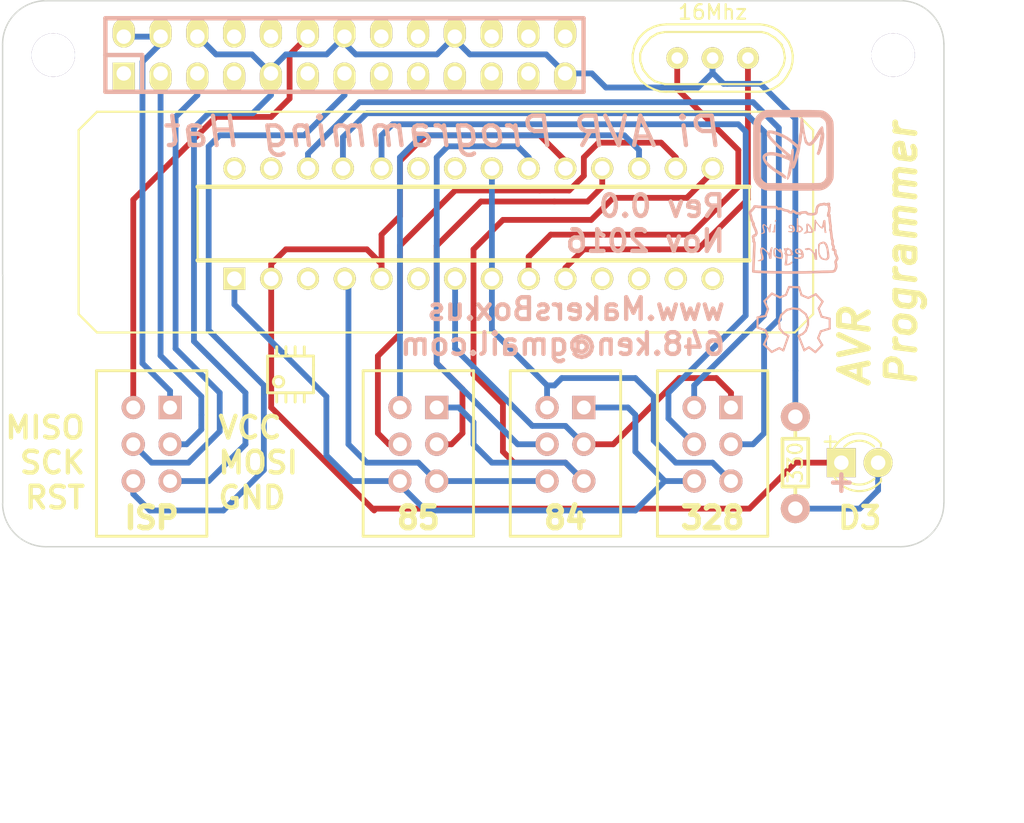
<source format=kicad_pcb>
(kicad_pcb (version 4) (host pcbnew "(2015-08-15 BZR 6092)-product")

  (general
    (links 38)
    (no_connects 0)
    (area 104.869999 71.019999 169.976601 108.824001)
    (thickness 1.6)
    (drawings 52)
    (tracks 237)
    (zones 0)
    (modules 14)
    (nets 23)
  )

  (page A4)
  (title_block
    (title "Raspberry Pi Hat Template")
    (date 2015-12-24)
    (rev 0.1)
    (company OpenFet)
    (comment 1 "Author: Julien")
    (comment 2 "License: CERN OHL V1.2")
  )

  (layers
    (0 F.Cu signal hide)
    (31 B.Cu signal hide)
    (32 B.Adhes user)
    (33 F.Adhes user hide)
    (34 B.Paste user)
    (35 F.Paste user)
    (36 B.SilkS user hide)
    (37 F.SilkS user)
    (38 B.Mask user)
    (39 F.Mask user)
    (40 Dwgs.User user)
    (41 Cmts.User user)
    (42 Eco1.User user)
    (43 Eco2.User user)
    (44 Edge.Cuts user)
    (45 Margin user)
    (46 B.CrtYd user)
    (47 F.CrtYd user)
    (48 B.Fab user)
    (49 F.Fab user)
  )

  (setup
    (last_trace_width 0.4)
    (user_trace_width 0.1)
    (user_trace_width 0.2)
    (user_trace_width 0.3)
    (user_trace_width 0.4)
    (user_trace_width 0.5)
    (user_trace_width 0.6)
    (user_trace_width 0.8)
    (user_trace_width 1)
    (trace_clearance 0.15)
    (zone_clearance 0.23)
    (zone_45_only no)
    (trace_min 0.1)
    (segment_width 0.2)
    (edge_width 0.1)
    (via_size 0.889)
    (via_drill 0.635)
    (via_min_size 0.26)
    (via_min_drill 0.16)
    (user_via 0.4 0.22)
    (user_via 1.5 0.8)
    (uvia_size 0.508)
    (uvia_drill 0.127)
    (uvias_allowed no)
    (uvia_min_size 0.508)
    (uvia_min_drill 0.127)
    (pcb_text_width 0.3)
    (pcb_text_size 1.5 1.5)
    (mod_edge_width 0.15)
    (mod_text_size 1 1)
    (mod_text_width 0.15)
    (pad_size 1.524 1.99898)
    (pad_drill 1.00076)
    (pad_to_mask_clearance 0)
    (aux_axis_origin 0 0)
    (grid_origin 211.1 101.7)
    (visible_elements 7FFFFF7F)
    (pcbplotparams
      (layerselection 0x010f0_80000001)
      (usegerberextensions false)
      (excludeedgelayer true)
      (linewidth 0.100000)
      (plotframeref false)
      (viasonmask false)
      (mode 1)
      (useauxorigin false)
      (hpglpennumber 1)
      (hpglpenspeed 20)
      (hpglpendiameter 15)
      (hpglpenoverlay 2)
      (psnegative false)
      (psa4output false)
      (plotreference true)
      (plotvalue true)
      (plotinvisibletext false)
      (padsonsilk false)
      (subtractmaskfromsilk false)
      (outputformat 1)
      (mirror false)
      (drillshape 0)
      (scaleselection 1)
      (outputdirectory /home/mangokid/Desktop/hat_gerber/))
  )

  (net 0 "")
  (net 1 GND)
  (net 2 "Net-(CON_328-Pad6)")
  (net 3 "Net-(CON_328-Pad5)")
  (net 4 "Net-(CON_84-Pad3)")
  (net 5 "Net-(CON_328-Pad2)")
  (net 6 "Net-(CON_84-Pad5)")
  (net 7 "Net-(CON_84-Pad6)")
  (net 8 "Net-(CON_85-Pad1)")
  (net 9 "Net-(CON_85-Pad3)")
  (net 10 "Net-(CON_85-Pad4)")
  (net 11 "Net-(CON_328-Pad1)")
  (net 12 "Net-(CON_328-Pad3)")
  (net 13 "Net-(CON_328-Pad4)")
  (net 14 "Net-(CON_ISP1-Pad1)")
  (net 15 +5V)
  (net 16 "Net-(CON_ISP1-Pad3)")
  (net 17 "Net-(CON_ISP1-Pad4)")
  (net 18 "Net-(CON_ISP1-Pad5)")
  (net 19 "Net-(D1-Pad1)")
  (net 20 "Net-(D1-Pad2)")
  (net 21 "Net-(P1-Pad9)")
  (net 22 "Net-(P1-Pad10)")

  (net_class Default "This is the default net class."
    (clearance 0.15)
    (trace_width 0.2)
    (via_dia 0.889)
    (via_drill 0.635)
    (uvia_dia 0.508)
    (uvia_drill 0.127)
    (add_net +5V)
    (add_net GND)
    (add_net "Net-(CON_328-Pad1)")
    (add_net "Net-(CON_328-Pad2)")
    (add_net "Net-(CON_328-Pad3)")
    (add_net "Net-(CON_328-Pad4)")
    (add_net "Net-(CON_328-Pad5)")
    (add_net "Net-(CON_328-Pad6)")
    (add_net "Net-(CON_84-Pad3)")
    (add_net "Net-(CON_84-Pad5)")
    (add_net "Net-(CON_84-Pad6)")
    (add_net "Net-(CON_85-Pad1)")
    (add_net "Net-(CON_85-Pad3)")
    (add_net "Net-(CON_85-Pad4)")
    (add_net "Net-(CON_ISP1-Pad1)")
    (add_net "Net-(CON_ISP1-Pad3)")
    (add_net "Net-(CON_ISP1-Pad4)")
    (add_net "Net-(CON_ISP1-Pad5)")
    (add_net "Net-(D1-Pad1)")
    (add_net "Net-(D1-Pad2)")
    (add_net "Net-(P1-Pad10)")
    (add_net "Net-(P1-Pad9)")
  )

  (module myFootPrints:AVR-ISP-6 (layer F.Cu) (tedit 582BF43D) (tstamp 582AA527)
    (at 113.945 99.16)
    (descr "6-lead dip package, row spacing 7.62 mm (300 mils)")
    (tags "dil dip 2.54 300")
    (path /582AA185)
    (fp_text reference CON_ISP1 (at 0 -2.54) (layer F.SilkS) hide
      (effects (font (size 1 1) (thickness 0.15)))
    )
    (fp_text value AVR-ISP-6 (at 0 -3.72) (layer F.Fab) hide
      (effects (font (size 1 1) (thickness 0.15)))
    )
    (pad 1 thru_hole oval (at 0 0) (size 1.6 1.6) (drill 0.9652) (layers *.Cu B.SilkS B.Mask)
      (net 14 "Net-(CON_ISP1-Pad1)"))
    (pad 2 thru_hole rect (at 2.54 0) (size 1.6 1.6) (drill 0.9652) (layers *.Cu B.SilkS B.Mask)
      (net 15 +5V))
    (pad 3 thru_hole oval (at 0 2.54) (size 1.6 1.6) (drill 0.9652) (layers *.Cu B.SilkS B.Mask)
      (net 16 "Net-(CON_ISP1-Pad3)"))
    (pad 4 thru_hole oval (at 2.54 2.54) (size 1.6 1.6) (drill 0.9652) (layers *.Cu B.SilkS B.Mask)
      (net 17 "Net-(CON_ISP1-Pad4)"))
    (pad 5 thru_hole oval (at 0 5.08) (size 1.6 1.6) (drill 0.9652) (layers *.Cu B.SilkS B.Mask)
      (net 18 "Net-(CON_ISP1-Pad5)"))
    (pad 6 thru_hole oval (at 2.54 5.08) (size 1.6 1.6) (drill 0.9652) (layers *.Cu B.SilkS B.Mask)
      (net 1 GND))
  )

  (module myFootPrints:Zif_228-3341 (layer F.Cu) (tedit 582BE4AC) (tstamp 582AA54D)
    (at 132.36 86.46)
    (descr "Support Dil TEXTOOL 28 pins, pads ronds, e=300 mils")
    (tags DEV)
    (path /582AA77B)
    (fp_text reference P1 (at -18.288 -8.763) (layer F.SilkS) hide
      (effects (font (size 1 1) (thickness 0.15)))
    )
    (fp_text value DIL28 (at 6.35 1.27) (layer F.Fab)
      (effects (font (size 1 1) (thickness 0.15)))
    )
    (fp_line (start 24.13 2.54) (end -13.97 2.54) (layer F.SilkS) (width 0.3048))
    (fp_line (start -13.97 -2.54) (end 24.13 -2.54) (layer F.SilkS) (width 0.3048))
    (fp_line (start 24.13 2.54) (end 24.13 -2.54) (layer F.SilkS) (width 0.15))
    (fp_line (start -13.97 -2.54) (end -13.97 2.54) (layer F.SilkS) (width 0.15))
    (fp_line (start -20.92 -7.72) (end 27.1526 -7.7216) (layer F.SilkS) (width 0.15))
    (fp_line (start 27.2638 -7.72) (end 28.5338 -6.45) (layer F.SilkS) (width 0.15))
    (fp_line (start 28.5338 -6.45) (end 28.5338 6.25) (layer F.SilkS) (width 0.15))
    (fp_line (start 28.5338 6.25) (end 27.2638 7.52) (layer F.SilkS) (width 0.15))
    (fp_line (start 27.2542 7.5184) (end -20.92 7.52) (layer F.SilkS) (width 0.15))
    (fp_line (start -20.92 7.52) (end -22.19 6.25) (layer F.SilkS) (width 0.15))
    (fp_line (start -22.19 6.25) (end -22.19 -6.45) (layer F.SilkS) (width 0.15))
    (fp_line (start -22.19 -6.45) (end -20.92 -7.72) (layer F.SilkS) (width 0.15))
    (pad 1 thru_hole rect (at -11.43 3.81) (size 1.524 1.524) (drill 1.016) (layers *.Cu *.Mask F.SilkS)
      (net 3 "Net-(CON_328-Pad5)"))
    (pad 2 thru_hole circle (at -8.89 3.81) (size 1.524 1.524) (drill 1.016) (layers *.Cu *.Mask F.SilkS)
      (net 20 "Net-(D1-Pad2)"))
    (pad 3 thru_hole circle (at -6.35 3.81) (size 1.524 1.524) (drill 1.016) (layers *.Cu *.Mask F.SilkS))
    (pad 4 thru_hole circle (at -3.81 3.81) (size 1.524 1.524) (drill 1.016) (layers *.Cu *.Mask F.SilkS)
      (net 6 "Net-(CON_84-Pad5)"))
    (pad 5 thru_hole circle (at -1.27 3.81) (size 1.524 1.524) (drill 1.016) (layers *.Cu *.Mask F.SilkS)
      (net 20 "Net-(D1-Pad2)"))
    (pad 6 thru_hole circle (at 1.27 3.81) (size 1.524 1.524) (drill 1.016) (layers *.Cu *.Mask F.SilkS))
    (pad 7 thru_hole circle (at 3.81 3.81) (size 1.524 1.524) (drill 1.016) (layers *.Cu *.Mask F.SilkS)
      (net 5 "Net-(CON_328-Pad2)"))
    (pad 8 thru_hole circle (at 6.35 3.81) (size 1.524 1.524) (drill 1.016) (layers *.Cu *.Mask F.SilkS)
      (net 2 "Net-(CON_328-Pad6)"))
    (pad 9 thru_hole circle (at 8.89 3.81) (size 1.524 1.524) (drill 1.016) (layers *.Cu *.Mask F.SilkS)
      (net 21 "Net-(P1-Pad9)"))
    (pad 10 thru_hole circle (at 11.43 3.81) (size 1.524 1.524) (drill 1.016) (layers *.Cu *.Mask F.SilkS)
      (net 22 "Net-(P1-Pad10)"))
    (pad 11 thru_hole circle (at 13.97 3.81) (size 1.524 1.524) (drill 1.016) (layers *.Cu *.Mask F.SilkS))
    (pad 12 thru_hole circle (at 16.51 3.81) (size 1.524 1.524) (drill 1.016) (layers *.Cu *.Mask F.SilkS))
    (pad 13 thru_hole circle (at 19.05 3.81) (size 1.524 1.524) (drill 1.016) (layers *.Cu *.Mask F.SilkS))
    (pad 14 thru_hole circle (at 21.59 3.81) (size 1.524 1.524) (drill 1.016) (layers *.Cu *.Mask F.SilkS))
    (pad 15 thru_hole circle (at 21.59 -3.81) (size 1.524 1.524) (drill 1.016) (layers *.Cu *.Mask F.SilkS)
      (net 7 "Net-(CON_84-Pad6)"))
    (pad 16 thru_hole circle (at 19.05 -3.81) (size 1.524 1.524) (drill 1.016) (layers *.Cu *.Mask F.SilkS)
      (net 9 "Net-(CON_85-Pad3)"))
    (pad 17 thru_hole circle (at 16.51 -3.81) (size 1.524 1.524) (drill 1.016) (layers *.Cu *.Mask F.SilkS)
      (net 8 "Net-(CON_85-Pad1)"))
    (pad 18 thru_hole circle (at 13.97 -3.81) (size 1.524 1.524) (drill 1.016) (layers *.Cu *.Mask F.SilkS)
      (net 10 "Net-(CON_85-Pad4)"))
    (pad 19 thru_hole circle (at 11.43 -3.81) (size 1.524 1.524) (drill 1.016) (layers *.Cu *.Mask F.SilkS)
      (net 20 "Net-(D1-Pad2)"))
    (pad 20 thru_hole circle (at 8.89 -3.81) (size 1.524 1.524) (drill 1.016) (layers *.Cu *.Mask F.SilkS)
      (net 4 "Net-(CON_84-Pad3)"))
    (pad 21 thru_hole circle (at 6.35 -3.81) (size 1.524 1.524) (drill 1.016) (layers *.Cu *.Mask F.SilkS)
      (net 2 "Net-(CON_328-Pad6)"))
    (pad 22 thru_hole circle (at 3.81 -3.81) (size 1.524 1.524) (drill 1.016) (layers *.Cu *.Mask F.SilkS))
    (pad 23 thru_hole circle (at 1.27 -3.81) (size 1.524 1.524) (drill 1.016) (layers *.Cu *.Mask F.SilkS))
    (pad 24 thru_hole circle (at -1.27 -3.81) (size 1.524 1.524) (drill 1.016) (layers *.Cu *.Mask F.SilkS)
      (net 12 "Net-(CON_328-Pad3)"))
    (pad 25 thru_hole circle (at -3.937 -3.81) (size 1.524 1.524) (drill 1.016) (layers *.Cu *.Mask F.SilkS)
      (net 11 "Net-(CON_328-Pad1)"))
    (pad 26 thru_hole circle (at -6.35 -3.81) (size 1.524 1.524) (drill 1.016) (layers *.Cu *.Mask F.SilkS)
      (net 13 "Net-(CON_328-Pad4)"))
    (pad 27 thru_hole circle (at -8.89 -3.81) (size 1.524 1.524) (drill 1.016) (layers *.Cu *.Mask F.SilkS))
    (pad 28 thru_hole circle (at -11.43 -3.81) (size 1.524 1.524) (drill 1.016) (layers *.Cu *.Mask F.SilkS))
    (model 3M.3dshapes/228-3341.wrl
      (at (xyz 0.125 0 0.34))
      (scale (xyz 0.3937 0.3937 0.3937))
      (rotate (xyz 0 0 -180))
    )
  )

  (module w_pin_strip:pin_socket_20x2 (layer F.Cu) (tedit 582D2B81) (tstamp 5509D7DA)
    (at 137.42 74.82)
    (descr "Pin socket 20x2pin")
    (tags "CONN DEV")
    (path /54E92361)
    (fp_text reference P3 (at 5.08 0) (layer F.SilkS) hide
      (effects (font (size 0.5 0.5) (thickness 0.125)))
    )
    (fp_text value Raspberry_Pi_+_Conn (at 0 -5.08) (layer F.SilkS) hide
      (effects (font (size 0.5 0.5) (thickness 0.125)))
    )
    (fp_line (start -25.4 0) (end -22.86 0) (layer B.SilkS) (width 0.3048))
    (fp_line (start -22.86 0) (end -22.86 2.54) (layer B.SilkS) (width 0.3048))
    (fp_line (start -25.4 -2.54) (end -25.4 2.54) (layer B.SilkS) (width 0.3048))
    (fp_line (start -25.4 2.54) (end 7.62 2.54) (layer B.SilkS) (width 0.3048))
    (fp_line (start 7.62 2.54) (end 7.62 -2.54) (layer B.SilkS) (width 0.3048))
    (fp_line (start 7.62 -2.54) (end -25.4 -2.54) (layer B.SilkS) (width 0.3048))
    (pad 1 thru_hole rect (at -24.13 1.27) (size 1.524 1.99898) (drill 1.00076 (offset 0 0.24892)) (layers *.Cu F.SilkS F.Mask))
    (pad 2 thru_hole oval (at -24.13 -1.27) (size 1.524 1.99898) (drill 1.00076 (offset 0 -0.24892)) (layers *.Cu F.SilkS F.Mask)
      (net 15 +5V))
    (pad 3 thru_hole oval (at -21.59 1.27) (size 1.524 1.99898) (drill 1.00076 (offset 0 0.24892)) (layers *.Cu F.SilkS F.Mask)
      (net 17 "Net-(CON_ISP1-Pad4)"))
    (pad 4 thru_hole oval (at -21.59 -1.27) (size 1.524 1.99898) (drill 1.00076 (offset 0 -0.24892)) (layers *.Cu F.SilkS F.Mask)
      (net 15 +5V))
    (pad 5 thru_hole oval (at -19.05 1.27) (size 1.524 1.99898) (drill 1.00076 (offset 0 0.24892)) (layers *.Cu F.SilkS F.Mask)
      (net 16 "Net-(CON_ISP1-Pad3)"))
    (pad 6 thru_hole oval (at -19.05 -1.27) (size 1.524 1.99898) (drill 1.00076 (offset 0 -0.24892)) (layers *.Cu F.SilkS F.Mask)
      (net 1 GND))
    (pad 7 thru_hole oval (at -16.51 1.27) (size 1.524 1.99898) (drill 1.00076 (offset 0 0.24892)) (layers *.Cu F.SilkS F.Mask))
    (pad 8 thru_hole oval (at -16.51 -1.27) (size 1.524 1.99898) (drill 1.00076 (offset 0 -0.24892)) (layers *.Cu F.SilkS F.Mask))
    (pad 9 thru_hole oval (at -13.97 1.27) (size 1.524 1.99898) (drill 1.00076 (offset 0 0.24892)) (layers *.Cu F.SilkS F.Mask)
      (net 1 GND))
    (pad 10 thru_hole oval (at -13.97 -1.27) (size 1.524 1.99898) (drill 1.00076 (offset 0 -0.24892)) (layers *.Cu F.SilkS F.Mask))
    (pad 11 thru_hole oval (at -11.43 1.27) (size 1.524 1.99898) (drill 1.00076 (offset 0 0.24892)) (layers *.Cu F.SilkS F.Mask))
    (pad 12 thru_hole oval (at -11.43 -1.27) (size 1.524 1.99898) (drill 1.00076 (offset 0 -0.24892)) (layers *.Cu F.SilkS F.Mask)
      (net 14 "Net-(CON_ISP1-Pad1)"))
    (pad 13 thru_hole oval (at -8.89 1.27) (size 1.524 1.99898) (drill 1.00076 (offset 0 0.24892)) (layers *.Cu F.SilkS F.Mask)
      (net 18 "Net-(CON_ISP1-Pad5)"))
    (pad 14 thru_hole oval (at -8.89 -1.27) (size 1.524 1.99898) (drill 1.00076 (offset 0 -0.24892)) (layers *.Cu F.SilkS F.Mask)
      (net 1 GND))
    (pad 15 thru_hole oval (at -6.35 1.27) (size 1.524 1.99898) (drill 1.00076 (offset 0 0.24892)) (layers *.Cu F.SilkS F.Mask))
    (pad 16 thru_hole oval (at -6.35 -1.27) (size 1.524 1.99898) (drill 1.00076 (offset 0 -0.24892)) (layers *.Cu F.SilkS F.Mask))
    (pad 17 thru_hole oval (at -3.81 1.27) (size 1.524 1.99898) (drill 1.00076 (offset 0 0.24892)) (layers *.Cu F.SilkS F.Mask))
    (pad 18 thru_hole oval (at -3.81 -1.27) (size 1.524 1.99898) (drill 1.00076 (offset 0 -0.24892)) (layers *.Cu F.SilkS F.Mask))
    (pad 19 thru_hole oval (at -1.27 1.27) (size 1.524 1.99898) (drill 1.00076 (offset 0 0.24892)) (layers *.Cu F.SilkS F.Mask))
    (pad 20 thru_hole oval (at -1.27 -1.27) (size 1.524 1.99898) (drill 1.00076 (offset 0 -0.24892)) (layers *.Cu F.SilkS F.Mask)
      (net 1 GND))
    (pad 21 thru_hole oval (at 1.27 1.27) (size 1.524 1.99898) (drill 1.00076 (offset 0 0.24892)) (layers *.Cu F.SilkS F.Mask))
    (pad 22 thru_hole oval (at 1.27 -1.27) (size 1.524 1.99898) (drill 1.00076 (offset 0 -0.24892)) (layers *.Cu F.SilkS F.Mask))
    (pad 23 thru_hole oval (at 3.81 1.27) (size 1.524 1.99898) (drill 1.00076 (offset 0 0.24892)) (layers *.Cu F.SilkS F.Mask))
    (pad 24 thru_hole oval (at 3.81 -1.27) (size 1.524 1.99898) (drill 1.00076 (offset 0 -0.24892)) (layers *.Cu F.SilkS F.Mask))
    (pad 25 thru_hole oval (at 6.35 1.27) (size 1.524 1.99898) (drill 1.00076 (offset 0 0.24892)) (layers *.Cu F.SilkS F.Mask)
      (net 1 GND))
    (pad 26 thru_hole oval (at 6.35 -1.27) (size 1.524 1.99898) (drill 1.00076 (offset 0 -0.24892)) (layers *.Cu F.SilkS F.Mask))
    (model walter/pin_strip/pin_socket_20x2.wrl
      (at (xyz 0 0 0))
      (scale (xyz 1 1 1))
      (rotate (xyz 0 0 0))
    )
  )

  (module Mounting_Holes:MountingHole_3mm locked (layer F.Cu) (tedit 5509CE9A) (tstamp 5509D3BE)
    (at 166.42 74.82)
    (descr "Mounting hole, Befestigungsbohrung, 3mm, No Annular, Kein Restring,")
    (tags "Mounting hole, Befestigungsbohrung, 3mm, No Annular, Kein Restring,")
    (fp_text reference REF** (at 0 -4.0005) (layer F.SilkS) hide
      (effects (font (size 0.5 0.5) (thickness 0.125)))
    )
    (fp_text value MountingHole_3mm (at 1.00076 5.00126) (layer F.Fab) hide
      (effects (font (size 0.5 0.5) (thickness 0.125)))
    )
    (fp_circle (center 0 0) (end 2.99974 0) (layer Cmts.User) (width 0.381))
    (pad 1 thru_hole circle (at 0 0) (size 2.99974 2.99974) (drill 2.99974) (layers))
  )

  (module Mounting_Holes:MountingHole_3mm locked (layer F.Cu) (tedit 5509CE9D) (tstamp 5509D3C0)
    (at 108.42 74.82)
    (descr "Mounting hole, Befestigungsbohrung, 3mm, No Annular, Kein Restring,")
    (tags "Mounting hole, Befestigungsbohrung, 3mm, No Annular, Kein Restring,")
    (fp_text reference REF** (at 0 -4.0005) (layer F.SilkS) hide
      (effects (font (size 0.5 0.5) (thickness 0.125)))
    )
    (fp_text value MountingHole_3mm (at 1.00076 5.00126) (layer F.Fab) hide
      (effects (font (size 0.5 0.5) (thickness 0.125)))
    )
    (fp_circle (center 0 0) (end 2.99974 0) (layer Cmts.User) (width 0.381))
    (pad 1 thru_hole circle (at 0 0) (size 2.99974 2.99974) (drill 2.99974) (layers))
  )

  (module myFootPrints:LED-3MM (layer F.Cu) (tedit 57578FCB) (tstamp 582AA52D)
    (at 165.38 102.97 180)
    (descr "LED 3mm round vertical")
    (tags "LED  3mm round vertical")
    (path /582ABCD6)
    (fp_text reference D1 (at 1.91 3.06 180) (layer F.SilkS) hide
      (effects (font (size 1 1) (thickness 0.15)))
    )
    (fp_text value LED (at 1.27 -1.524 180) (layer F.Fab)
      (effects (font (size 1 1) (thickness 0.15)))
    )
    (fp_text user + (at 3.302 1.524 180) (layer F.SilkS)
      (effects (font (size 1 1) (thickness 0.15)))
    )
    (fp_line (start -1.2 2.3) (end 3.8 2.3) (layer F.CrtYd) (width 0.05))
    (fp_line (start 3.8 2.3) (end 3.8 -2.2) (layer F.CrtYd) (width 0.05))
    (fp_line (start 3.8 -2.2) (end -1.2 -2.2) (layer F.CrtYd) (width 0.05))
    (fp_line (start -1.2 -2.2) (end -1.2 2.3) (layer F.CrtYd) (width 0.05))
    (fp_line (start -0.199 1.314) (end -0.199 1.114) (layer F.SilkS) (width 0.15))
    (fp_line (start -0.199 -1.28) (end -0.199 -1.1) (layer F.SilkS) (width 0.15))
    (fp_arc (start 1.301 0.034) (end -0.199 -1.286) (angle 108.5) (layer F.SilkS) (width 0.15))
    (fp_arc (start 1.301 0.034) (end 0.25 -1.1) (angle 85.7) (layer F.SilkS) (width 0.15))
    (fp_arc (start 1.311 0.034) (end 3.051 0.994) (angle 110) (layer F.SilkS) (width 0.15))
    (fp_arc (start 1.301 0.034) (end 2.335 1.094) (angle 87.5) (layer F.SilkS) (width 0.15))
    (pad 1 thru_hole circle (at 0 0 270) (size 2 2) (drill 1.00076) (layers *.Cu *.Mask F.SilkS)
      (net 19 "Net-(D1-Pad1)"))
    (pad 2 thru_hole rect (at 2.54 0 180) (size 2 2) (drill 1.00076) (layers *.Cu *.Mask F.SilkS)
      (net 20 "Net-(D1-Pad2)"))
    (model LEDs.3dshapes/LED-3MM.wrl
      (at (xyz 0.05 0 0))
      (scale (xyz 1 1 1))
      (rotate (xyz 0 0 90))
    )
  )

  (module myFootPrints:Resistor_Horz (layer F.Cu) (tedit 5664956A) (tstamp 582AA553)
    (at 159.665 102.97 270)
    (descr "Resistor, Axial,  RM 10mm, 1/3W,")
    (tags "Resistor, Axial, RM 10mm, 1/3W,")
    (path /582ABCFB)
    (fp_text reference R1 (at 0 -1.905 270) (layer F.Fab)
      (effects (font (size 1 1) (thickness 0.15)))
    )
    (fp_text value 330 (at 0 0 270) (layer F.SilkS)
      (effects (font (size 1 1) (thickness 0.15)))
    )
    (fp_line (start -1.651 0) (end -2.413 0) (layer F.SilkS) (width 0.254))
    (fp_line (start 1.651 0) (end 2.413 0) (layer F.SilkS) (width 0.254))
    (fp_line (start 1.651 0.889) (end 1.651 0.635) (layer F.SilkS) (width 0.254))
    (fp_line (start 1.651 0.889) (end -1.651 0.889) (layer F.SilkS) (width 0.254))
    (fp_line (start -1.651 0.889) (end -1.651 -0.889) (layer F.SilkS) (width 0.254))
    (fp_line (start -1.651 -0.889) (end 1.651 -0.889) (layer F.SilkS) (width 0.254))
    (fp_line (start 1.651 -0.889) (end 1.651 0.635) (layer F.SilkS) (width 0.254))
    (pad 1 thru_hole circle (at -3.175 0 270) (size 1.99898 1.99898) (drill 1.00076) (layers *.Cu *.SilkS *.Mask)
      (net 1 GND))
    (pad 2 thru_hole circle (at 3.175 0 270) (size 1.99898 1.99898) (drill 1.00076) (layers *.Cu *.SilkS *.Mask)
      (net 19 "Net-(D1-Pad1)"))
    (model Resistors_ThroughHole.3dshapes/Resistor_Horizontal_RM10mm.wrl
      (at (xyz 0 0 0))
      (scale (xyz 0.4 0.4 0.4))
      (rotate (xyz 0 0 0))
    )
  )

  (module Crystals:Crystal_HC49-U_Vertical_3Pin (layer F.Cu) (tedit 582BDEBD) (tstamp 582AA55A)
    (at 153.95 75.03)
    (descr "Crystal, Quarz, HC49/U, vertical, stehend, 3 Pin,")
    (tags "Crystal, Quarz, HC49/U, vertical, stehend, 3 Pin,")
    (path /582ABAEE)
    (fp_text reference Y1 (at 0 -3.81) (layer F.SilkS) hide
      (effects (font (size 1 1) (thickness 0.15)))
    )
    (fp_text value 16Mhz (at 0 -3.175) (layer F.SilkS)
      (effects (font (size 1 1) (thickness 0.15)))
    )
    (fp_line (start 4.699 -1.00076) (end 4.89966 -0.59944) (layer F.SilkS) (width 0.15))
    (fp_line (start 4.89966 -0.59944) (end 5.00126 0) (layer F.SilkS) (width 0.15))
    (fp_line (start 5.00126 0) (end 4.89966 0.50038) (layer F.SilkS) (width 0.15))
    (fp_line (start 4.89966 0.50038) (end 4.50088 1.19888) (layer F.SilkS) (width 0.15))
    (fp_line (start 4.50088 1.19888) (end 3.8989 1.6002) (layer F.SilkS) (width 0.15))
    (fp_line (start 3.8989 1.6002) (end 3.29946 1.80086) (layer F.SilkS) (width 0.15))
    (fp_line (start 3.29946 1.80086) (end -3.29946 1.80086) (layer F.SilkS) (width 0.15))
    (fp_line (start -3.29946 1.80086) (end -4.0005 1.6002) (layer F.SilkS) (width 0.15))
    (fp_line (start -4.0005 1.6002) (end -4.39928 1.30048) (layer F.SilkS) (width 0.15))
    (fp_line (start -4.39928 1.30048) (end -4.8006 0.8001) (layer F.SilkS) (width 0.15))
    (fp_line (start -4.8006 0.8001) (end -5.00126 0.20066) (layer F.SilkS) (width 0.15))
    (fp_line (start -5.00126 0.20066) (end -5.00126 -0.29972) (layer F.SilkS) (width 0.15))
    (fp_line (start -5.00126 -0.29972) (end -4.8006 -0.8001) (layer F.SilkS) (width 0.15))
    (fp_line (start -4.8006 -0.8001) (end -4.30022 -1.39954) (layer F.SilkS) (width 0.15))
    (fp_line (start -4.30022 -1.39954) (end -3.79984 -1.69926) (layer F.SilkS) (width 0.15))
    (fp_line (start -3.79984 -1.69926) (end -3.29946 -1.80086) (layer F.SilkS) (width 0.15))
    (fp_line (start -3.2004 -1.80086) (end 3.40106 -1.80086) (layer F.SilkS) (width 0.15))
    (fp_line (start 3.40106 -1.80086) (end 3.79984 -1.69926) (layer F.SilkS) (width 0.15))
    (fp_line (start 3.79984 -1.69926) (end 4.30022 -1.39954) (layer F.SilkS) (width 0.15))
    (fp_line (start 4.30022 -1.39954) (end 4.8006 -0.89916) (layer F.SilkS) (width 0.15))
    (fp_line (start -3.19024 -2.32918) (end -3.64998 -2.28092) (layer F.SilkS) (width 0.15))
    (fp_line (start -3.64998 -2.28092) (end -4.04876 -2.16916) (layer F.SilkS) (width 0.15))
    (fp_line (start -4.04876 -2.16916) (end -4.48056 -1.95072) (layer F.SilkS) (width 0.15))
    (fp_line (start -4.48056 -1.95072) (end -4.77012 -1.71958) (layer F.SilkS) (width 0.15))
    (fp_line (start -4.77012 -1.71958) (end -5.10032 -1.36906) (layer F.SilkS) (width 0.15))
    (fp_line (start -5.10032 -1.36906) (end -5.38988 -0.83058) (layer F.SilkS) (width 0.15))
    (fp_line (start -5.38988 -0.83058) (end -5.51942 -0.23114) (layer F.SilkS) (width 0.15))
    (fp_line (start -5.51942 -0.23114) (end -5.51942 0.2794) (layer F.SilkS) (width 0.15))
    (fp_line (start -5.51942 0.2794) (end -5.34924 0.98044) (layer F.SilkS) (width 0.15))
    (fp_line (start -5.34924 0.98044) (end -4.95046 1.56972) (layer F.SilkS) (width 0.15))
    (fp_line (start -4.95046 1.56972) (end -4.49072 1.94056) (layer F.SilkS) (width 0.15))
    (fp_line (start -4.49072 1.94056) (end -4.06908 2.14884) (layer F.SilkS) (width 0.15))
    (fp_line (start -4.06908 2.14884) (end -3.6195 2.30886) (layer F.SilkS) (width 0.15))
    (fp_line (start -3.6195 2.30886) (end -3.18008 2.33934) (layer F.SilkS) (width 0.15))
    (fp_line (start 4.16052 2.1209) (end 4.53898 1.89992) (layer F.SilkS) (width 0.15))
    (fp_line (start 4.53898 1.89992) (end 4.85902 1.62052) (layer F.SilkS) (width 0.15))
    (fp_line (start 4.85902 1.62052) (end 5.11048 1.29032) (layer F.SilkS) (width 0.15))
    (fp_line (start 5.11048 1.29032) (end 5.4102 0.73914) (layer F.SilkS) (width 0.15))
    (fp_line (start 5.4102 0.73914) (end 5.51942 0.26924) (layer F.SilkS) (width 0.15))
    (fp_line (start 5.51942 0.26924) (end 5.53974 -0.1905) (layer F.SilkS) (width 0.15))
    (fp_line (start 5.53974 -0.1905) (end 5.45084 -0.65024) (layer F.SilkS) (width 0.15))
    (fp_line (start 5.45084 -0.65024) (end 5.26034 -1.09982) (layer F.SilkS) (width 0.15))
    (fp_line (start 5.26034 -1.09982) (end 4.89966 -1.56972) (layer F.SilkS) (width 0.15))
    (fp_line (start 4.89966 -1.56972) (end 4.54914 -1.88976) (layer F.SilkS) (width 0.15))
    (fp_line (start 4.54914 -1.88976) (end 4.16052 -2.1209) (layer F.SilkS) (width 0.15))
    (fp_line (start 4.16052 -2.1209) (end 3.73126 -2.2606) (layer F.SilkS) (width 0.15))
    (fp_line (start 3.73126 -2.2606) (end 3.2893 -2.32918) (layer F.SilkS) (width 0.15))
    (fp_line (start -3.2004 2.32918) (end 3.2512 2.32918) (layer F.SilkS) (width 0.15))
    (fp_line (start 3.2512 2.32918) (end 3.6703 2.29108) (layer F.SilkS) (width 0.15))
    (fp_line (start 3.6703 2.29108) (end 4.16052 2.1209) (layer F.SilkS) (width 0.15))
    (fp_line (start -3.2004 -2.32918) (end 3.2512 -2.32918) (layer F.SilkS) (width 0.15))
    (pad 1 thru_hole circle (at -2.44094 0) (size 1.50114 1.50114) (drill 0.8001) (layers *.Cu *.Mask F.SilkS)
      (net 21 "Net-(P1-Pad9)"))
    (pad 2 thru_hole circle (at 2.44094 0) (size 1.50114 1.50114) (drill 0.8001) (layers *.Cu *.Mask F.SilkS)
      (net 22 "Net-(P1-Pad10)"))
    (pad 3 thru_hole circle (at 0 0) (size 1.50114 1.50114) (drill 0.8001) (layers *.Cu *.Mask F.SilkS)
      (net 1 GND))
  )

  (module myFootPrints:MadeInOregonRev25 (layer F.Cu) (tedit 0) (tstamp 582BE1E7)
    (at 159.538 87.476)
    (fp_text reference VAL (at 0 0) (layer F.SilkS) hide
      (effects (font (size 1.143 1.143) (thickness 0.1778)))
    )
    (fp_text value MadeInOregonRev25 (at 0 0) (layer F.SilkS) hide
      (effects (font (size 1.143 1.143) (thickness 0.1778)))
    )
    (fp_poly (pts (xy -3.09626 -1.76022) (xy -3.09626 -1.72212) (xy -3.09372 -1.69672) (xy -3.09118 -1.67386)
      (xy -3.0861 -1.65608) (xy -3.07594 -1.63576) (xy -3.0734 -1.62814) (xy -3.0607 -1.6002)
      (xy -3.05054 -1.5748) (xy -3.04038 -1.54432) (xy -3.03022 -1.50876) (xy -3.02006 -1.46304)
      (xy -3.00736 -1.4097) (xy -3.00228 -1.39192) (xy -2.98704 -1.31826) (xy -2.96926 -1.2573)
      (xy -2.95402 -1.20396) (xy -2.9337 -1.15824) (xy -2.91338 -1.1176) (xy -2.91338 -1.74752)
      (xy -2.91338 -1.76276) (xy -2.91084 -1.77546) (xy -2.90322 -1.78816) (xy -2.89052 -1.8034)
      (xy -2.86766 -1.82118) (xy -2.8575 -1.83134) (xy -2.82956 -1.8542) (xy -2.80416 -1.8796)
      (xy -2.78638 -1.90246) (xy -2.77876 -1.91008) (xy -2.76606 -1.92786) (xy -2.74574 -1.95326)
      (xy -2.72034 -1.98374) (xy -2.69494 -2.01422) (xy -2.6924 -2.01676) (xy -2.66954 -2.0447)
      (xy -2.64922 -2.0701) (xy -2.63652 -2.08788) (xy -2.6289 -2.09804) (xy -2.6289 -2.10058)
      (xy -2.62382 -2.10566) (xy -2.60604 -2.10566) (xy -2.58064 -2.10566) (xy -2.55016 -2.10058)
      (xy -2.51968 -2.0955) (xy -2.50952 -2.09296) (xy -2.49682 -2.09042) (xy -2.48412 -2.08534)
      (xy -2.46888 -2.08534) (xy -2.4511 -2.0828) (xy -2.4257 -2.08026) (xy -2.39268 -2.07772)
      (xy -2.35458 -2.07772) (xy -2.30632 -2.07518) (xy -2.2479 -2.07518) (xy -2.17678 -2.07264)
      (xy -2.09296 -2.0701) (xy -2.03962 -2.0701) (xy -1.95326 -2.06756) (xy -1.8669 -2.06756)
      (xy -1.78054 -2.06502) (xy -1.69672 -2.06502) (xy -1.61798 -2.06248) (xy -1.54686 -2.06248)
      (xy -1.48336 -2.06248) (xy -1.4351 -2.06248) (xy -1.4224 -2.06248) (xy -1.22936 -2.06248)
      (xy -1.1684 -2.00152) (xy -1.10744 -1.9431) (xy -1.0668 -1.9431) (xy -1.03886 -1.9431)
      (xy -1.0033 -1.94564) (xy -0.97536 -1.95072) (xy -0.94234 -1.95326) (xy -0.91186 -1.95072)
      (xy -0.87884 -1.94564) (xy -0.8382 -1.93548) (xy -0.79248 -1.9177) (xy -0.7366 -1.89484)
      (xy -0.72136 -1.88976) (xy -0.67818 -1.86944) (xy -0.64516 -1.85674) (xy -0.61722 -1.84912)
      (xy -0.59182 -1.84404) (xy -0.56388 -1.83896) (xy -0.5461 -1.83642) (xy -0.50038 -1.83134)
      (xy -0.46482 -1.82626) (xy -0.43688 -1.81864) (xy -0.41656 -1.80848) (xy -0.39624 -1.79578)
      (xy -0.37592 -1.77546) (xy -0.37338 -1.77292) (xy -0.35052 -1.7526) (xy -0.32512 -1.73482)
      (xy -0.30734 -1.72212) (xy -0.30734 -1.72212) (xy -0.28702 -1.71704) (xy -0.25654 -1.71196)
      (xy -0.22098 -1.70434) (xy -0.18288 -1.7018) (xy -0.14986 -1.69672) (xy -0.12446 -1.69672)
      (xy -0.10922 -1.69926) (xy -0.09652 -1.70688) (xy -0.07366 -1.71958) (xy -0.05334 -1.73736)
      (xy -0.03048 -1.75768) (xy -0.01524 -1.7653) (xy -0.00508 -1.76784) (xy 0 -1.7653)
      (xy 0.01016 -1.75768) (xy 0.03048 -1.74498) (xy 0.05842 -1.7272) (xy 0.0889 -1.70688)
      (xy 0.09652 -1.7018) (xy 0.18288 -1.64846) (xy 0.25908 -1.64592) (xy 0.29464 -1.64338)
      (xy 0.3175 -1.64084) (xy 0.3302 -1.6383) (xy 0.34036 -1.63322) (xy 0.34544 -1.6256)
      (xy 0.34798 -1.62052) (xy 0.3683 -1.59766) (xy 0.39624 -1.58242) (xy 0.42672 -1.5748)
      (xy 0.4318 -1.5748) (xy 0.45974 -1.58242) (xy 0.48768 -1.6002) (xy 0.51562 -1.63068)
      (xy 0.52578 -1.64338) (xy 0.53848 -1.65608) (xy 0.5461 -1.66624) (xy 0.55626 -1.67386)
      (xy 0.56896 -1.68148) (xy 0.58928 -1.68402) (xy 0.61468 -1.6891) (xy 0.65278 -1.69418)
      (xy 0.70104 -1.69672) (xy 0.71628 -1.69926) (xy 0.8255 -1.70942) (xy 0.85598 -1.68148)
      (xy 0.89154 -1.64846) (xy 0.9271 -1.62306) (xy 0.95758 -1.60274) (xy 0.96774 -1.59766)
      (xy 0.9906 -1.59258) (xy 1.02362 -1.5875) (xy 1.0668 -1.58242) (xy 1.11252 -1.57734)
      (xy 1.16332 -1.57226) (xy 1.21158 -1.56972) (xy 1.2573 -1.56972) (xy 1.25984 -1.56972)
      (xy 1.3081 -1.56972) (xy 1.35128 -1.5748) (xy 1.39446 -1.57988) (xy 1.44272 -1.59004)
      (xy 1.48844 -1.6002) (xy 1.52146 -1.61036) (xy 1.54686 -1.62306) (xy 1.56972 -1.63576)
      (xy 1.59258 -1.65608) (xy 1.61798 -1.68148) (xy 1.63576 -1.7018) (xy 1.651 -1.72212)
      (xy 1.65862 -1.74498) (xy 1.66624 -1.77292) (xy 1.67386 -1.80848) (xy 1.6764 -1.85166)
      (xy 1.68148 -1.90246) (xy 1.6891 -1.9812) (xy 1.7018 -2.04978) (xy 1.72212 -2.10566)
      (xy 1.74752 -2.15138) (xy 1.75006 -2.15646) (xy 1.77546 -2.18186) (xy 1.81356 -2.2098)
      (xy 1.82626 -2.21742) (xy 1.8542 -2.23012) (xy 1.87706 -2.24028) (xy 1.89484 -2.24282)
      (xy 1.9177 -2.24282) (xy 1.92024 -2.24282) (xy 1.95834 -2.24282) (xy 2.00152 -2.25044)
      (xy 2.032 -2.25806) (xy 2.0701 -2.27076) (xy 2.09804 -2.27584) (xy 2.11582 -2.27838)
      (xy 2.13106 -2.2733) (xy 2.1463 -2.26822) (xy 2.15392 -2.26314) (xy 2.1844 -2.2479)
      (xy 2.22758 -2.24282) (xy 2.27584 -2.2479) (xy 2.29108 -2.25298) (xy 2.31394 -2.25806)
      (xy 2.33426 -2.26314) (xy 2.34188 -2.26314) (xy 2.34188 -2.25806) (xy 2.34442 -2.23774)
      (xy 2.34442 -2.21488) (xy 2.34442 -2.21234) (xy 2.34442 -2.1844) (xy 2.34696 -2.16408)
      (xy 2.35204 -2.1463) (xy 2.36474 -2.12852) (xy 2.3876 -2.0955) (xy 2.37998 -1.97612)
      (xy 2.37744 -1.9304) (xy 2.37236 -1.89738) (xy 2.36982 -1.87198) (xy 2.36474 -1.8542)
      (xy 2.35966 -1.83896) (xy 2.35204 -1.82372) (xy 2.34696 -1.8161) (xy 2.33172 -1.78562)
      (xy 2.3241 -1.75768) (xy 2.3241 -1.73736) (xy 2.32156 -1.70942) (xy 2.31902 -1.68656)
      (xy 2.31648 -1.67894) (xy 2.31394 -1.66116) (xy 2.30886 -1.63576) (xy 2.30886 -1.60274)
      (xy 2.30886 -1.59004) (xy 2.30886 -1.55702) (xy 2.30886 -1.5367) (xy 2.31394 -1.52146)
      (xy 2.32156 -1.5113) (xy 2.33172 -1.4986) (xy 2.33426 -1.49606) (xy 2.35458 -1.48082)
      (xy 2.3749 -1.4732) (xy 2.37744 -1.47066) (xy 2.3876 -1.47066) (xy 2.39268 -1.46558)
      (xy 2.39776 -1.45034) (xy 2.4003 -1.42494) (xy 2.40284 -1.39192) (xy 2.40538 -1.35382)
      (xy 2.40538 -1.33096) (xy 2.40792 -1.28778) (xy 2.413 -1.2319) (xy 2.42062 -1.16078)
      (xy 2.43332 -1.07442) (xy 2.4511 -0.97536) (xy 2.4511 -0.96774) (xy 2.45872 -0.92456)
      (xy 2.4638 -0.88392) (xy 2.46888 -0.85344) (xy 2.47142 -0.83058) (xy 2.47396 -0.82296)
      (xy 2.47396 -0.81026) (xy 2.47142 -0.7874) (xy 2.47142 -0.75692) (xy 2.46888 -0.72644)
      (xy 2.46888 -0.69342) (xy 2.46634 -0.66294) (xy 2.4638 -0.64262) (xy 2.46126 -0.635)
      (xy 2.4511 -0.6096) (xy 2.44856 -0.57912) (xy 2.4511 -0.54864) (xy 2.46126 -0.52324)
      (xy 2.4765 -0.51054) (xy 2.48412 -0.49784) (xy 2.49174 -0.47244) (xy 2.5019 -0.4318)
      (xy 2.50952 -0.37592) (xy 2.51968 -0.30734) (xy 2.5273 -0.2286) (xy 2.53238 -0.16764)
      (xy 2.53746 -0.1143) (xy 2.54254 -0.0635) (xy 2.54762 -0.02032) (xy 2.5527 0.01524)
      (xy 2.55524 0.04064) (xy 2.55778 0.05334) (xy 2.56794 0.07366) (xy 2.5781 0.1016)
      (xy 2.58826 0.127) (xy 2.59588 0.14732) (xy 2.6035 0.16256) (xy 2.60604 0.18034)
      (xy 2.60858 0.20066) (xy 2.60858 0.22606) (xy 2.60604 0.25908) (xy 2.6035 0.3048)
      (xy 2.6035 0.32512) (xy 2.60096 0.37084) (xy 2.60096 0.4064) (xy 2.60604 0.43434)
      (xy 2.61366 0.45974) (xy 2.62636 0.48768) (xy 2.64668 0.5207) (xy 2.66446 0.5588)
      (xy 2.67462 0.58674) (xy 2.6797 0.61468) (xy 2.67462 0.64262) (xy 2.66446 0.68072)
      (xy 2.65938 0.69088) (xy 2.64668 0.72898) (xy 2.63906 0.75946) (xy 2.63906 0.77978)
      (xy 2.6416 0.79756) (xy 2.64922 0.8128) (xy 2.64922 0.81534) (xy 2.66446 0.83058)
      (xy 2.68986 0.84836) (xy 2.72034 0.86614) (xy 2.75336 0.87884) (xy 2.77368 0.88646)
      (xy 2.794 0.89154) (xy 2.794 0.98044) (xy 2.794 1.07188) (xy 2.82448 1.13538)
      (xy 2.8575 1.20396) (xy 2.8829 1.26238) (xy 2.90322 1.31064) (xy 2.91592 1.3462)
      (xy 2.921 1.36652) (xy 2.92354 1.3843) (xy 2.92354 1.39954) (xy 2.91592 1.41478)
      (xy 2.90068 1.4351) (xy 2.90068 1.43764) (xy 2.87274 1.47828) (xy 2.84988 1.51638)
      (xy 2.8321 1.5621) (xy 2.82448 1.59004) (xy 2.80924 1.64338) (xy 2.8321 1.74244)
      (xy 2.84734 1.80848) (xy 2.85496 1.86182) (xy 2.86004 1.90754) (xy 2.86004 1.94818)
      (xy 2.85242 1.98628) (xy 2.84226 2.02438) (xy 2.84226 2.02438) (xy 2.82702 2.06756)
      (xy 2.81432 2.10566) (xy 2.79908 2.13868) (xy 2.78892 2.16154) (xy 2.77876 2.1717)
      (xy 2.77876 2.17424) (xy 2.7686 2.17678) (xy 2.74828 2.1844) (xy 2.74066 2.18948)
      (xy 2.7178 2.1971) (xy 2.68224 2.20472) (xy 2.63398 2.2098) (xy 2.57302 2.21234)
      (xy 2.49682 2.21488) (xy 2.40792 2.21742) (xy 2.30632 2.21742) (xy 2.29616 2.21742)
      (xy 2.24028 2.21996) (xy 2.17424 2.21996) (xy 2.10058 2.2225) (xy 2.02184 2.2225)
      (xy 1.9431 2.22504) (xy 1.86944 2.23012) (xy 1.84912 2.23012) (xy 1.6129 2.23774)
      (xy 1.38684 2.2479) (xy 1.16332 2.25298) (xy 0.9398 2.25806) (xy 0.71882 2.26314)
      (xy 0.4953 2.26568) (xy 0.26924 2.26822) (xy 0.03556 2.26822) (xy -0.2032 2.26822)
      (xy -0.45466 2.26822) (xy -0.71628 2.26568) (xy -0.84836 2.26314) (xy -1.03378 2.2606)
      (xy -1.20396 2.25806) (xy -1.36144 2.25552) (xy -1.50622 2.25298) (xy -1.64084 2.25044)
      (xy -1.7653 2.2479) (xy -1.88214 2.24536) (xy -1.98882 2.24282) (xy -2.08788 2.23774)
      (xy -2.17932 2.2352) (xy -2.26822 2.23266) (xy -2.35204 2.22758) (xy -2.39776 2.22504)
      (xy -2.46126 2.2225) (xy -2.51968 2.21742) (xy -2.57302 2.21488) (xy -2.61874 2.21234)
      (xy -2.65176 2.2098) (xy -2.67462 2.2098) (xy -2.68732 2.2098) (xy -2.68732 2.2098)
      (xy -2.68732 2.20218) (xy -2.68478 2.17932) (xy -2.68478 2.1463) (xy -2.68224 2.09804)
      (xy -2.6797 2.03962) (xy -2.67716 1.97104) (xy -2.67208 1.8923) (xy -2.66954 1.80594)
      (xy -2.66446 1.70942) (xy -2.65938 1.60782) (xy -2.65684 1.50114) (xy -2.65176 1.38684)
      (xy -2.64414 1.27) (xy -2.64414 1.25476) (xy -2.63906 1.11506) (xy -2.63398 0.98806)
      (xy -2.6289 0.87376) (xy -2.62382 0.77216) (xy -2.61874 0.68326) (xy -2.6162 0.60452)
      (xy -2.61366 0.53848) (xy -2.61112 0.47752) (xy -2.61112 0.42926) (xy -2.61112 0.38608)
      (xy -2.61112 0.35306) (xy -2.61112 0.32258) (xy -2.61112 0.29972) (xy -2.61366 0.28194)
      (xy -2.6162 0.2667) (xy -2.61874 0.25654) (xy -2.62128 0.24638) (xy -2.62636 0.23876)
      (xy -2.63144 0.23368) (xy -2.63652 0.22606) (xy -2.6416 0.21844) (xy -2.6543 0.2032)
      (xy -2.66192 0.18796) (xy -2.66446 0.17272) (xy -2.66192 0.14732) (xy -2.66192 0.13716)
      (xy -2.66192 0.1016) (xy -2.66446 0.06858) (xy -2.67462 0.02794) (xy -2.67462 0.0254)
      (xy -2.68732 -0.01778) (xy -2.69494 -0.04826) (xy -2.69748 -0.07112) (xy -2.69748 -0.08382)
      (xy -2.69494 -0.09398) (xy -2.68732 -0.09906) (xy -2.68732 -0.1016) (xy -2.66954 -0.10668)
      (xy -2.64668 -0.1143) (xy -2.63652 -0.1143) (xy -2.60858 -0.12192) (xy -2.58572 -0.13208)
      (xy -2.5654 -0.14732) (xy -2.54762 -0.17018) (xy -2.52476 -0.20574) (xy -2.50698 -0.2413)
      (xy -2.4638 -0.3302) (xy -2.47142 -0.40894) (xy -2.4765 -0.43942) (xy -2.48158 -0.46736)
      (xy -2.4892 -0.49276) (xy -2.49682 -0.5207) (xy -2.50952 -0.55626) (xy -2.52984 -0.59944)
      (xy -2.53492 -0.61214) (xy -2.55524 -0.66294) (xy -2.5781 -0.71374) (xy -2.60096 -0.76708)
      (xy -2.62128 -0.8128) (xy -2.63144 -0.83058) (xy -2.64668 -0.86868) (xy -2.65938 -0.89662)
      (xy -2.667 -0.91694) (xy -2.66954 -0.92964) (xy -2.667 -0.9398) (xy -2.667 -0.94996)
      (xy -2.65938 -0.97536) (xy -2.65938 -1.00584) (xy -2.66954 -1.03886) (xy -2.68732 -1.0795)
      (xy -2.71272 -1.12776) (xy -2.71526 -1.1303) (xy -2.73812 -1.17094) (xy -2.75844 -1.2065)
      (xy -2.77368 -1.23698) (xy -2.78384 -1.26746) (xy -2.79654 -1.30048) (xy -2.8067 -1.34112)
      (xy -2.81686 -1.38684) (xy -2.82702 -1.43256) (xy -2.84226 -1.49606) (xy -2.85496 -1.54686)
      (xy -2.86512 -1.5875) (xy -2.87528 -1.62052) (xy -2.88544 -1.64846) (xy -2.89306 -1.67132)
      (xy -2.90068 -1.68148) (xy -2.9083 -1.70942) (xy -2.91338 -1.7399) (xy -2.91338 -1.74752)
      (xy -2.91338 -1.1176) (xy -2.91084 -1.11506) (xy -2.90576 -1.09982) (xy -2.88798 -1.07188)
      (xy -2.87782 -1.04902) (xy -2.87274 -1.03632) (xy -2.87274 -1.02616) (xy -2.87782 -1.016)
      (xy -2.88036 -0.99822) (xy -2.8829 -0.98044) (xy -2.87782 -0.95758) (xy -2.8702 -0.92964)
      (xy -2.85496 -0.89408) (xy -2.83464 -0.84582) (xy -2.8194 -0.81534) (xy -2.78384 -0.73406)
      (xy -2.74828 -0.65786) (xy -2.72034 -0.58928) (xy -2.69494 -0.52832) (xy -2.67462 -0.47752)
      (xy -2.66192 -0.43688) (xy -2.6543 -0.40894) (xy -2.6543 -0.4064) (xy -2.64922 -0.37846)
      (xy -2.65176 -0.36068) (xy -2.65684 -0.34036) (xy -2.66446 -0.32766) (xy -2.67462 -0.30734)
      (xy -2.68732 -0.29464) (xy -2.70256 -0.28702) (xy -2.72542 -0.28194) (xy -2.73812 -0.2794)
      (xy -2.75336 -0.27686) (xy -2.77114 -0.2667) (xy -2.78892 -0.25146) (xy -2.81686 -0.22606)
      (xy -2.82448 -0.2159) (xy -2.84988 -0.1905) (xy -2.86766 -0.17272) (xy -2.87782 -0.16002)
      (xy -2.8829 -0.14732) (xy -2.8829 -0.13208) (xy -2.8829 -0.12192) (xy -2.88036 -0.06858)
      (xy -2.86766 -0.00762) (xy -2.85242 0.05588) (xy -2.8448 0.08382) (xy -2.84226 0.10668)
      (xy -2.84226 0.12954) (xy -2.8448 0.16002) (xy -2.84734 0.1651) (xy -2.84988 0.19812)
      (xy -2.84988 0.22606) (xy -2.84226 0.24892) (xy -2.82448 0.27686) (xy -2.8067 0.29972)
      (xy -2.78384 0.32766) (xy -2.82702 1.3081) (xy -2.8321 1.42748) (xy -2.83718 1.54432)
      (xy -2.84226 1.65608) (xy -2.84734 1.76276) (xy -2.84988 1.86182) (xy -2.85496 1.95326)
      (xy -2.8575 2.03708) (xy -2.86004 2.11074) (xy -2.86258 2.17424) (xy -2.86512 2.22758)
      (xy -2.86512 2.26822) (xy -2.86512 2.29616) (xy -2.86512 2.3114) (xy -2.86512 2.3114)
      (xy -2.85496 2.3368) (xy -2.83464 2.35966) (xy -2.81178 2.3749) (xy -2.8067 2.37744)
      (xy -2.794 2.37998) (xy -2.76606 2.38252) (xy -2.72796 2.38506) (xy -2.6797 2.39014)
      (xy -2.62128 2.39268) (xy -2.55778 2.39776) (xy -2.48412 2.4003) (xy -2.40792 2.40538)
      (xy -2.32664 2.40792) (xy -2.24536 2.413) (xy -2.16154 2.41554) (xy -2.08026 2.41808)
      (xy -1.99898 2.42062) (xy -1.92278 2.42316) (xy -1.85166 2.4257) (xy -1.80848 2.42824)
      (xy -1.74752 2.42824) (xy -1.67386 2.43078) (xy -1.59004 2.43078) (xy -1.4986 2.43332)
      (xy -1.397 2.43586) (xy -1.29032 2.43586) (xy -1.1811 2.4384) (xy -1.0668 2.4384)
      (xy -0.95504 2.44094) (xy -0.84582 2.44348) (xy -0.80264 2.44348) (xy -0.70104 2.44348)
      (xy -0.59944 2.44602) (xy -0.50038 2.44602) (xy -0.40386 2.44856) (xy -0.31496 2.44856)
      (xy -0.23114 2.44856) (xy -0.15748 2.4511) (xy -0.09398 2.4511) (xy -0.04064 2.4511)
      (xy 0 2.4511) (xy 0.02286 2.4511) (xy 0.05842 2.4511) (xy 0.10922 2.4511)
      (xy 0.17018 2.4511) (xy 0.2413 2.4511) (xy 0.3175 2.4511) (xy 0.39878 2.44856)
      (xy 0.4826 2.44856) (xy 0.56642 2.44602) (xy 0.60198 2.44602) (xy 0.75692 2.44348)
      (xy 0.90678 2.4384) (xy 1.0541 2.43586) (xy 1.1938 2.43078) (xy 1.32588 2.42824)
      (xy 1.45034 2.42316) (xy 1.56464 2.42062) (xy 1.66624 2.41808) (xy 1.7526 2.413)
      (xy 1.77038 2.413) (xy 1.82626 2.41046) (xy 1.8923 2.40792) (xy 1.96342 2.40792)
      (xy 2.03454 2.40538) (xy 2.10312 2.40538) (xy 2.12852 2.40538) (xy 2.19456 2.40538)
      (xy 2.26822 2.40284) (xy 2.3495 2.40284) (xy 2.42824 2.39776) (xy 2.50444 2.39522)
      (xy 2.54254 2.39522) (xy 2.75844 2.38252) (xy 2.82956 2.3495) (xy 2.86258 2.33172)
      (xy 2.88798 2.31902) (xy 2.90576 2.30632) (xy 2.91084 2.30124) (xy 2.92608 2.28092)
      (xy 2.94132 2.25044) (xy 2.96164 2.2098) (xy 2.97942 2.16662) (xy 2.9972 2.12344)
      (xy 3.01244 2.08534) (xy 3.02514 2.0447) (xy 3.03276 2.01168) (xy 3.03784 1.98628)
      (xy 3.04038 1.9558) (xy 3.04038 1.93548) (xy 3.0353 1.86182) (xy 3.0226 1.778)
      (xy 3.00736 1.70434) (xy 2.99974 1.66878) (xy 2.99974 1.64084) (xy 3.00736 1.61036)
      (xy 3.0226 1.57734) (xy 3.04546 1.53924) (xy 3.0607 1.52146) (xy 3.08356 1.4859)
      (xy 3.0988 1.4605) (xy 3.10642 1.4351) (xy 3.10896 1.4097) (xy 3.10642 1.37668)
      (xy 3.0988 1.33858) (xy 3.09118 1.3081) (xy 3.07848 1.26746) (xy 3.0607 1.22174)
      (xy 3.04038 1.1684) (xy 3.01498 1.1176) (xy 2.99466 1.07442) (xy 2.98704 1.05664)
      (xy 2.97942 1.0414) (xy 2.97688 1.02362) (xy 2.97434 1.0033) (xy 2.97434 0.97282)
      (xy 2.97434 0.93218) (xy 2.97434 0.9271) (xy 2.9718 0.87884) (xy 2.96926 0.8382)
      (xy 2.96418 0.81026) (xy 2.95148 0.7874) (xy 2.9337 0.76708) (xy 2.90576 0.7493)
      (xy 2.86766 0.72898) (xy 2.84734 0.71882) (xy 2.84734 0.7112) (xy 2.84988 0.69342)
      (xy 2.85496 0.66802) (xy 2.8575 0.6604) (xy 2.86258 0.61468) (xy 2.86258 0.5842)
      (xy 2.86258 0.57658) (xy 2.84988 0.5334) (xy 2.82956 0.48768) (xy 2.8067 0.44196)
      (xy 2.79908 0.42926) (xy 2.79146 0.41656) (xy 2.78638 0.40386) (xy 2.7813 0.38862)
      (xy 2.7813 0.37084) (xy 2.7813 0.34798) (xy 2.7813 0.3175) (xy 2.78638 0.27432)
      (xy 2.79146 0.22098) (xy 2.79146 0.21844) (xy 2.79146 0.19304) (xy 2.79146 0.16764)
      (xy 2.78384 0.1397) (xy 2.77622 0.11176) (xy 2.76352 0.07874) (xy 2.75336 0.04826)
      (xy 2.7432 0.0254) (xy 2.74066 0.02032) (xy 2.73558 0.00762) (xy 2.7305 -0.0127)
      (xy 2.72796 -0.04064) (xy 2.72288 -0.07874) (xy 2.7178 -0.12954) (xy 2.71272 -0.1905)
      (xy 2.7051 -0.25908) (xy 2.69748 -0.32512) (xy 2.68986 -0.38862) (xy 2.6797 -0.44958)
      (xy 2.67208 -0.50292) (xy 2.66446 -0.5461) (xy 2.6543 -0.57658) (xy 2.65176 -0.58674)
      (xy 2.65176 -0.60452) (xy 2.6543 -0.6223) (xy 2.65684 -0.6477) (xy 2.65176 -0.68326)
      (xy 2.65176 -0.68326) (xy 2.64668 -0.71628) (xy 2.64922 -0.75184) (xy 2.65176 -0.76962)
      (xy 2.6543 -0.79248) (xy 2.65684 -0.8128) (xy 2.6543 -0.83566) (xy 2.65176 -0.8636)
      (xy 2.64414 -0.90424) (xy 2.6416 -0.91948) (xy 2.62382 -1.01346) (xy 2.61112 -1.09982)
      (xy 2.60096 -1.1811) (xy 2.59334 -1.26238) (xy 2.58572 -1.35128) (xy 2.58064 -1.42748)
      (xy 2.5781 -1.49352) (xy 2.57302 -1.54432) (xy 2.57048 -1.58496) (xy 2.5654 -1.61544)
      (xy 2.56286 -1.6383) (xy 2.55524 -1.65608) (xy 2.54762 -1.66878) (xy 2.53746 -1.6764)
      (xy 2.52984 -1.68402) (xy 2.51714 -1.69418) (xy 2.51206 -1.70688) (xy 2.5146 -1.72466)
      (xy 2.52222 -1.75006) (xy 2.53238 -1.77546) (xy 2.53238 -1.77546) (xy 2.54 -1.78816)
      (xy 2.54254 -1.79832) (xy 2.54762 -1.81102) (xy 2.55016 -1.8288) (xy 2.5527 -1.85166)
      (xy 2.55524 -1.88214) (xy 2.55778 -1.92532) (xy 2.56286 -1.97866) (xy 2.56286 -2.0066)
      (xy 2.57302 -2.159) (xy 2.54762 -2.18948) (xy 2.52222 -2.21996) (xy 2.52984 -2.29616)
      (xy 2.53238 -2.34442) (xy 2.53238 -2.37998) (xy 2.52984 -2.40538) (xy 2.51968 -2.4257)
      (xy 2.50698 -2.44094) (xy 2.50444 -2.44348) (xy 2.4892 -2.45618) (xy 2.47142 -2.46126)
      (xy 2.44856 -2.4638) (xy 2.42062 -2.4638) (xy 2.38252 -2.45618) (xy 2.33172 -2.44602)
      (xy 2.32664 -2.44348) (xy 2.2352 -2.42316) (xy 2.19964 -2.44348) (xy 2.17424 -2.45618)
      (xy 2.15138 -2.4638) (xy 2.12344 -2.4638) (xy 2.09296 -2.45872) (xy 2.04978 -2.4511)
      (xy 2.0193 -2.44348) (xy 1.98374 -2.43332) (xy 1.9558 -2.4257) (xy 1.93802 -2.42316)
      (xy 1.92024 -2.4257) (xy 1.90754 -2.42824) (xy 1.88722 -2.43078) (xy 1.86944 -2.43078)
      (xy 1.84912 -2.42824) (xy 1.82372 -2.41808) (xy 1.79324 -2.40284) (xy 1.76022 -2.38506)
      (xy 1.71958 -2.3622) (xy 1.6891 -2.34442) (xy 1.66624 -2.32664) (xy 1.64846 -2.3114)
      (xy 1.63068 -2.29362) (xy 1.6129 -2.27076) (xy 1.59258 -2.2479) (xy 1.57734 -2.22504)
      (xy 1.56718 -2.20472) (xy 1.55702 -2.17932) (xy 1.54432 -2.1463) (xy 1.53162 -2.10312)
      (xy 1.52908 -2.09296) (xy 1.51638 -2.0447) (xy 1.50876 -2.00406) (xy 1.50368 -1.96596)
      (xy 1.4986 -1.92278) (xy 1.4986 -1.90754) (xy 1.49606 -1.86182) (xy 1.49352 -1.8288)
      (xy 1.4859 -1.80594) (xy 1.4732 -1.7907) (xy 1.45288 -1.778) (xy 1.4224 -1.77038)
      (xy 1.39446 -1.76276) (xy 1.3335 -1.7526) (xy 1.26238 -1.74752) (xy 1.18364 -1.75006)
      (xy 1.10998 -1.75768) (xy 1.03124 -1.7653) (xy 0.9652 -1.82372) (xy 0.9398 -1.84912)
      (xy 0.9144 -1.8669) (xy 0.89408 -1.88214) (xy 0.88392 -1.88722) (xy 0.86868 -1.88722)
      (xy 0.84328 -1.88722) (xy 0.80518 -1.88722) (xy 0.762 -1.88214) (xy 0.7112 -1.8796)
      (xy 0.6604 -1.87452) (xy 0.6096 -1.86944) (xy 0.56642 -1.86436) (xy 0.52324 -1.85674)
      (xy 0.49276 -1.85166) (xy 0.47244 -1.8415) (xy 0.45974 -1.83642) (xy 0.44958 -1.8288)
      (xy 0.43942 -1.82372) (xy 0.42418 -1.82118) (xy 0.40386 -1.82118) (xy 0.37592 -1.82118)
      (xy 0.33782 -1.82118) (xy 0.23622 -1.82372) (xy 0.13208 -1.8923) (xy 0.09398 -1.9177)
      (xy 0.06096 -1.93802) (xy 0.03302 -1.9558) (xy 0.0127 -1.96596) (xy 0.00508 -1.97104)
      (xy -0.02286 -1.97866) (xy -0.04826 -1.97358) (xy -0.07874 -1.95834) (xy -0.1143 -1.92786)
      (xy -0.11684 -1.92532) (xy -0.1397 -1.905) (xy -0.15748 -1.8923) (xy -0.17272 -1.88468)
      (xy -0.18796 -1.88214) (xy -0.19304 -1.88214) (xy -0.21082 -1.88468) (xy -0.22352 -1.88722)
      (xy -0.2413 -1.89992) (xy -0.26162 -1.9177) (xy -0.27178 -1.92786) (xy -0.30226 -1.95326)
      (xy -0.33528 -1.97358) (xy -0.37338 -1.98882) (xy -0.41656 -1.99898) (xy -0.47244 -2.00914)
      (xy -0.50038 -2.01168) (xy -0.53848 -2.01676) (xy -0.56896 -2.02438) (xy -0.59944 -2.03454)
      (xy -0.635 -2.04724) (xy -0.66548 -2.05994) (xy -0.70866 -2.07772) (xy -0.75692 -2.0955)
      (xy -0.80264 -2.11074) (xy -0.83058 -2.11836) (xy -0.86868 -2.12598) (xy -0.89662 -2.1336)
      (xy -0.91948 -2.1336) (xy -0.94234 -2.1336) (xy -0.97282 -2.13106) (xy -1.03378 -2.12344)
      (xy -1.0922 -2.17678) (xy -1.12776 -2.2098) (xy -1.1557 -2.23012) (xy -1.17348 -2.2352)
      (xy -1.18618 -2.23774) (xy -1.21412 -2.23774) (xy -1.24968 -2.24028) (xy -1.2954 -2.24028)
      (xy -1.3462 -2.24028) (xy -1.40208 -2.24028) (xy -1.40462 -2.24028) (xy -1.48844 -2.24028)
      (xy -1.57734 -2.24282) (xy -1.66878 -2.24282) (xy -1.76022 -2.24282) (xy -1.85166 -2.24536)
      (xy -1.94056 -2.2479) (xy -2.02438 -2.2479) (xy -2.10566 -2.25044) (xy -2.18186 -2.25298)
      (xy -2.25044 -2.25552) (xy -2.30886 -2.25806) (xy -2.35966 -2.2606) (xy -2.39776 -2.26314)
      (xy -2.42316 -2.26568) (xy -2.43586 -2.26822) (xy -2.45364 -2.27076) (xy -2.48666 -2.27584)
      (xy -2.52476 -2.28092) (xy -2.5654 -2.28346) (xy -2.58572 -2.286) (xy -2.63144 -2.28854)
      (xy -2.66446 -2.29108) (xy -2.68732 -2.29108) (xy -2.7051 -2.29108) (xy -2.7178 -2.28854)
      (xy -2.72796 -2.28346) (xy -2.7305 -2.28092) (xy -2.7559 -2.2606) (xy -2.77876 -2.22758)
      (xy -2.78892 -2.19202) (xy -2.79654 -2.17678) (xy -2.81178 -2.15392) (xy -2.8321 -2.13106)
      (xy -2.83718 -2.12344) (xy -2.86258 -2.09296) (xy -2.88544 -2.06502) (xy -2.90576 -2.04216)
      (xy -2.9083 -2.03708) (xy -2.92354 -2.0193) (xy -2.94894 -1.9939) (xy -2.97688 -1.96596)
      (xy -3.00482 -1.93802) (xy -3.03276 -1.91262) (xy -3.05816 -1.88976) (xy -3.07594 -1.87198)
      (xy -3.0861 -1.85928) (xy -3.0861 -1.85928) (xy -3.09118 -1.8415) (xy -3.09626 -1.81102)
      (xy -3.09626 -1.77038) (xy -3.09626 -1.76022) (xy -3.09626 -1.76022)) (layer B.SilkS) (width 0.00254))
    (fp_poly (pts (xy -0.67056 0.70358) (xy -0.67056 0.72136) (xy -0.66802 0.72644) (xy -0.66548 0.74676)
      (xy -0.65532 0.7747) (xy -0.64262 0.80772) (xy -0.63246 0.83312) (xy -0.61468 0.8763)
      (xy -0.60198 0.90932) (xy -0.59436 0.93218) (xy -0.59182 0.94996) (xy -0.5969 0.9652)
      (xy -0.60198 0.9779) (xy -0.61722 0.99568) (xy -0.63246 1.01092) (xy -0.64516 1.02362)
      (xy -0.6477 1.03632) (xy -0.64262 1.05156) (xy -0.62484 1.07188) (xy -0.6223 1.07696)
      (xy -0.59944 1.10236) (xy -0.5842 1.12522) (xy -0.57404 1.14554) (xy -0.56896 1.17348)
      (xy -0.56388 1.2065) (xy -0.56134 1.24968) (xy -0.56134 1.26238) (xy -0.56134 1.31572)
      (xy -0.56134 1.36652) (xy -0.56642 1.41986) (xy -0.5715 1.47828) (xy -0.58166 1.54686)
      (xy -0.59182 1.62306) (xy -0.59944 1.66116) (xy -0.60706 1.71704) (xy -0.61468 1.76022)
      (xy -0.61722 1.79324) (xy -0.61976 1.8161) (xy -0.61722 1.83388) (xy -0.61468 1.84658)
      (xy -0.6096 1.85674) (xy -0.6096 1.85928) (xy -0.60198 1.8669) (xy -0.59436 1.86944)
      (xy -0.58166 1.87198) (xy -0.56134 1.87452) (xy -0.53086 1.87452) (xy -0.51308 1.87452)
      (xy -0.47752 1.87452) (xy -0.45974 1.87198) (xy -0.45974 0.94234) (xy -0.45212 0.89662)
      (xy -0.43688 0.85344) (xy -0.41402 0.81788) (xy -0.40894 0.81026) (xy -0.38354 0.79502)
      (xy -0.35306 0.79248) (xy -0.32258 0.8001) (xy -0.2921 0.81788) (xy -0.26162 0.84582)
      (xy -0.23622 0.87884) (xy -0.21844 0.91948) (xy -0.21336 0.92964) (xy -0.20828 0.9525)
      (xy -0.2032 0.98044) (xy -0.19812 1.01092) (xy -0.19304 1.0414) (xy -0.1905 1.06934)
      (xy -0.18796 1.08712) (xy -0.1905 1.09728) (xy -0.20066 1.09982) (xy -0.22098 1.1049)
      (xy -0.24892 1.10998) (xy -0.2794 1.11252) (xy -0.30734 1.11506) (xy -0.3302 1.1176)
      (xy -0.34036 1.1176) (xy -0.36322 1.10998) (xy -0.38862 1.09474) (xy -0.39878 1.08458)
      (xy -0.4191 1.06172) (xy -0.43688 1.03886) (xy -0.44196 1.02616) (xy -0.4572 0.98806)
      (xy -0.45974 0.94234) (xy -0.45974 1.87198) (xy -0.4445 1.87198) (xy -0.42164 1.87198)
      (xy -0.41148 1.86944) (xy -0.37338 1.86182) (xy -0.3302 1.85166) (xy -0.28448 1.83642)
      (xy -0.24384 1.82372) (xy -0.21336 1.80848) (xy -0.20828 1.80848) (xy -0.17018 1.78562)
      (xy -0.13462 1.75768) (xy -0.10414 1.7272) (xy -0.08382 1.69926) (xy -0.07112 1.67386)
      (xy -0.07112 1.651) (xy -0.07112 1.651) (xy -0.08382 1.63068) (xy -0.10414 1.6129)
      (xy -0.12446 1.60528) (xy -0.12446 1.60528) (xy -0.1397 1.6129) (xy -0.16256 1.62814)
      (xy -0.19558 1.65608) (xy -0.20066 1.65862) (xy -0.24384 1.69672) (xy -0.28702 1.72466)
      (xy -0.3302 1.74498) (xy -0.37084 1.75768) (xy -0.40386 1.76276) (xy -0.4318 1.75514)
      (xy -0.43942 1.75006) (xy -0.44958 1.74244) (xy -0.45212 1.73482) (xy -0.45212 1.71958)
      (xy -0.44704 1.69672) (xy -0.4445 1.69418) (xy -0.44196 1.67386) (xy -0.43688 1.64338)
      (xy -0.4318 1.60274) (xy -0.42926 1.55194) (xy -0.42418 1.4859) (xy -0.4191 1.4097)
      (xy -0.41402 1.31826) (xy -0.41148 1.29286) (xy -0.4064 1.20142) (xy -0.27178 1.20142)
      (xy -0.21336 1.20142) (xy -0.17018 1.20142) (xy -0.13462 1.19888) (xy -0.10668 1.19126)
      (xy -0.08636 1.18364) (xy -0.06858 1.1684) (xy -0.0508 1.15316) (xy -0.04572 1.14808)
      (xy -0.03048 1.12776) (xy -0.0254 1.11506) (xy -0.0254 1.09474) (xy -0.02794 1.08458)
      (xy -0.04318 0.99822) (xy -0.06858 0.92202) (xy -0.1016 0.85598) (xy -0.14224 0.8001)
      (xy -0.1524 0.78994) (xy -0.18796 0.75692) (xy -0.22352 0.73406) (xy -0.26416 0.71374)
      (xy -0.29718 0.70104) (xy -0.3302 0.68834) (xy -0.36322 0.6731) (xy -0.37846 0.66548)
      (xy -0.4191 0.64262) (xy -0.44704 0.66548) (xy -0.4699 0.68326) (xy -0.49022 0.69596)
      (xy -0.51308 0.6985) (xy -0.54102 0.69596) (xy -0.57404 0.69088) (xy -0.60706 0.68326)
      (xy -0.62992 0.68326) (xy -0.64516 0.68326) (xy -0.65532 0.6858) (xy -0.66802 0.69342)
      (xy -0.67056 0.70358) (xy -0.67056 0.70358)) (layer B.SilkS) (width 0.00254))
    (fp_poly (pts (xy -2.47904 1.55448) (xy -2.47142 1.56464) (xy -2.47142 1.56718) (xy -2.45364 1.5748)
      (xy -2.4257 1.57988) (xy -2.39014 1.58242) (xy -2.3495 1.57988) (xy -2.30886 1.57734)
      (xy -2.29108 1.57226) (xy -2.24536 1.5621) (xy -2.1971 1.54686) (xy -2.15392 1.52654)
      (xy -2.11836 1.50622) (xy -2.0955 1.49098) (xy -2.08026 1.47828) (xy -2.07264 1.46558)
      (xy -2.06756 1.44526) (xy -2.06248 1.41986) (xy -2.05994 1.41224) (xy -2.0574 1.35636)
      (xy -2.06248 1.30048) (xy -2.07518 1.23698) (xy -2.09804 1.16586) (xy -2.10312 1.14808)
      (xy -2.13106 1.0668) (xy -2.15138 0.99568) (xy -2.16408 0.93218) (xy -2.16916 0.87376)
      (xy -2.16916 0.86614) (xy -2.16662 0.81788) (xy -2.159 0.77978) (xy -2.1463 0.75692)
      (xy -2.12598 0.74676) (xy -2.10058 0.75184) (xy -2.0955 0.75184) (xy -2.07772 0.76454)
      (xy -2.04978 0.78486) (xy -2.0193 0.81026) (xy -1.98628 0.8382) (xy -1.95326 0.86868)
      (xy -1.92278 0.89662) (xy -1.91516 0.90678) (xy -1.8415 0.99314) (xy -1.78308 1.08458)
      (xy -1.73736 1.17602) (xy -1.70688 1.27) (xy -1.69672 1.3335) (xy -1.69164 1.36398)
      (xy -1.68402 1.39192) (xy -1.6764 1.4097) (xy -1.6764 1.4097) (xy -1.66878 1.41986)
      (xy -1.66116 1.4224) (xy -1.64592 1.42494) (xy -1.62306 1.4224) (xy -1.59258 1.41732)
      (xy -1.55702 1.41224) (xy -1.51892 1.40462) (xy -1.51384 1.32334) (xy -1.5113 1.28016)
      (xy -1.5113 1.22936) (xy -1.50876 1.1811) (xy -1.50876 1.16078) (xy -1.50876 1.11252)
      (xy -1.50622 1.06426) (xy -1.50114 1.016) (xy -1.49606 0.96266) (xy -1.4859 0.89916)
      (xy -1.47574 0.82804) (xy -1.46812 0.78232) (xy -1.4605 0.7366) (xy -1.45542 0.69596)
      (xy -1.45034 0.6604) (xy -1.4478 0.63754) (xy -1.4478 0.62484) (xy -1.4478 0.6223)
      (xy -1.45796 0.61468) (xy -1.47574 0.61214) (xy -1.50114 0.61722) (xy -1.52654 0.62992)
      (xy -1.54686 0.64516) (xy -1.56464 0.66548) (xy -1.57988 0.69342) (xy -1.59512 0.73152)
      (xy -1.61036 0.77978) (xy -1.62306 0.84328) (xy -1.6256 0.84836) (xy -1.6383 0.9017)
      (xy -1.64592 0.94488) (xy -1.65608 0.97536) (xy -1.66116 0.99568) (xy -1.66624 1.00838)
      (xy -1.67132 1.01346) (xy -1.6764 1.016) (xy -1.6764 1.016) (xy -1.68402 1.01092)
      (xy -1.7018 0.99568) (xy -1.7272 0.97536) (xy -1.75768 0.94742) (xy -1.79324 0.9144)
      (xy -1.83134 0.8763) (xy -1.83388 0.87376) (xy -1.89992 0.81026) (xy -1.9558 0.75946)
      (xy -2.00152 0.71628) (xy -2.04216 0.68326) (xy -2.07772 0.65786) (xy -2.10566 0.64008)
      (xy -2.13106 0.62992) (xy -2.15392 0.62484) (xy -2.17678 0.62738) (xy -2.19964 0.63246)
      (xy -2.2225 0.64516) (xy -2.24282 0.65786) (xy -2.26822 0.67564) (xy -2.286 0.69342)
      (xy -2.29616 0.71882) (xy -2.30378 0.7493) (xy -2.30632 0.78994) (xy -2.30886 0.83566)
      (xy -2.30632 0.90424) (xy -2.30124 0.96266) (xy -2.28854 1.01346) (xy -2.27076 1.0668)
      (xy -2.26314 1.08712) (xy -2.24028 1.14808) (xy -2.2225 1.20904) (xy -2.21234 1.26746)
      (xy -2.20472 1.3208) (xy -2.20726 1.36906) (xy -2.21234 1.39954) (xy -2.21996 1.41732)
      (xy -2.23266 1.43256) (xy -2.25298 1.4478) (xy -2.28092 1.4605) (xy -2.31902 1.47574)
      (xy -2.3622 1.49098) (xy -2.39776 1.50368) (xy -2.42824 1.51638) (xy -2.45364 1.52908)
      (xy -2.4638 1.5367) (xy -2.4765 1.54686) (xy -2.47904 1.55448) (xy -2.47904 1.55448)) (layer B.SilkS) (width 0.00254))
    (fp_poly (pts (xy 1.69672 0.45974) (xy 1.69672 0.49784) (xy 1.69672 0.54356) (xy 1.69926 0.59944)
      (xy 1.7018 0.65786) (xy 1.7018 0.72136) (xy 1.70434 0.78486) (xy 1.70688 0.84836)
      (xy 1.70942 0.90678) (xy 1.71196 0.96012) (xy 1.7145 1.0033) (xy 1.71704 1.03886)
      (xy 1.71958 1.05664) (xy 1.7272 1.11252) (xy 1.74244 1.16332) (xy 1.7526 1.19634)
      (xy 1.76784 1.22936) (xy 1.78054 1.26238) (xy 1.78562 1.27762) (xy 1.78562 0.90424)
      (xy 1.78562 0.86614) (xy 1.78816 0.81788) (xy 1.78816 0.77978) (xy 1.7907 0.70358)
      (xy 1.79578 0.63754) (xy 1.80086 0.5842) (xy 1.80848 0.54102) (xy 1.8161 0.50292)
      (xy 1.8288 0.47244) (xy 1.83642 0.4572) (xy 1.85674 0.42418) (xy 1.8796 0.40386)
      (xy 1.91262 0.39116) (xy 1.95326 0.38862) (xy 1.95326 0.38862) (xy 1.9812 0.38862)
      (xy 1.99898 0.38354) (xy 2.01168 0.37592) (xy 2.01676 0.37084) (xy 2.03708 0.35306)
      (xy 2.05994 0.35052) (xy 2.0828 0.36068) (xy 2.11074 0.38354) (xy 2.11836 0.39116)
      (xy 2.15646 0.43942) (xy 2.19202 0.50038) (xy 2.2225 0.57404) (xy 2.25044 0.65532)
      (xy 2.2733 0.74676) (xy 2.286 0.80772) (xy 2.29362 0.86614) (xy 2.30124 0.92964)
      (xy 2.30632 0.99568) (xy 2.3114 1.06172) (xy 2.31394 1.12522) (xy 2.31648 1.18364)
      (xy 2.31648 1.23698) (xy 2.31394 1.28016) (xy 2.30886 1.31064) (xy 2.30886 1.31572)
      (xy 2.29362 1.34874) (xy 2.26822 1.37922) (xy 2.24028 1.39954) (xy 2.22758 1.40208)
      (xy 2.20726 1.40716) (xy 2.19202 1.4097) (xy 2.17424 1.4097) (xy 2.15138 1.40716)
      (xy 2.14376 1.40462) (xy 2.09296 1.38938) (xy 2.03962 1.36398) (xy 1.98882 1.3335)
      (xy 1.94564 1.29794) (xy 1.91008 1.25984) (xy 1.90246 1.24968) (xy 1.88976 1.22682)
      (xy 1.87452 1.1938) (xy 1.85674 1.15316) (xy 1.83896 1.10998) (xy 1.82118 1.0668)
      (xy 1.80594 1.02616) (xy 1.79578 0.99568) (xy 1.79578 0.99314) (xy 1.79324 0.97536)
      (xy 1.78816 0.95504) (xy 1.78816 0.93218) (xy 1.78562 0.90424) (xy 1.78562 1.27762)
      (xy 1.7907 1.29286) (xy 1.79324 1.29794) (xy 1.81356 1.33096) (xy 1.84404 1.36906)
      (xy 1.88468 1.40462) (xy 1.93294 1.44018) (xy 1.94818 1.4478) (xy 1.9685 1.4605)
      (xy 1.98882 1.47066) (xy 2.00914 1.47828) (xy 2.032 1.4859) (xy 2.06248 1.49098)
      (xy 2.10058 1.4986) (xy 2.15138 1.50876) (xy 2.159 1.50876) (xy 2.20726 1.51638)
      (xy 2.24028 1.52146) (xy 2.26822 1.524) (xy 2.28854 1.52146) (xy 2.30632 1.51892)
      (xy 2.3241 1.5113) (xy 2.32918 1.50876) (xy 2.3622 1.48844) (xy 2.39776 1.4605)
      (xy 2.42824 1.42748) (xy 2.4511 1.39446) (xy 2.45364 1.38938) (xy 2.46634 1.36398)
      (xy 2.47396 1.33604) (xy 2.47904 1.3081) (xy 2.48158 1.27254) (xy 2.48158 1.2319)
      (xy 2.47904 1.18364) (xy 2.47396 1.12522) (xy 2.46634 1.05664) (xy 2.45618 0.97536)
      (xy 2.44856 0.92964) (xy 2.43332 0.81788) (xy 2.413 0.71882) (xy 2.39522 0.62992)
      (xy 2.3749 0.55626) (xy 2.35458 0.49022) (xy 2.32918 0.43434) (xy 2.30378 0.38354)
      (xy 2.27584 0.3429) (xy 2.25044 0.31242) (xy 2.20472 0.27178) (xy 2.15392 0.24384)
      (xy 2.09804 0.2286) (xy 2.0447 0.22352) (xy 2.01676 0.22606) (xy 1.99898 0.23114)
      (xy 1.9812 0.2413) (xy 1.9812 0.24384) (xy 1.9558 0.25908) (xy 1.92024 0.2667)
      (xy 1.91262 0.26924) (xy 1.87706 0.27432) (xy 1.84404 0.28956) (xy 1.81102 0.31242)
      (xy 1.77292 0.34544) (xy 1.75006 0.3683) (xy 1.72466 0.3937) (xy 1.70942 0.41148)
      (xy 1.7018 0.42672) (xy 1.69672 0.43942) (xy 1.69672 0.45466) (xy 1.69672 0.45974)
      (xy 1.69672 0.45974)) (layer B.SilkS) (width 0.00254))
    (fp_poly (pts (xy 0.77978 0.74168) (xy 0.7874 0.75946) (xy 0.8001 0.7747) (xy 0.83566 0.80264)
      (xy 0.87376 0.81788) (xy 0.91948 0.82042) (xy 0.97028 0.81026) (xy 0.98298 0.80772)
      (xy 1.0287 0.79502) (xy 1.07188 0.79248) (xy 1.10998 0.80264) (xy 1.15062 0.8255)
      (xy 1.1938 0.86106) (xy 1.22428 0.889) (xy 1.28778 0.96266) (xy 1.33858 1.03378)
      (xy 1.37922 1.10998) (xy 1.4097 1.18872) (xy 1.43256 1.27762) (xy 1.44526 1.34366)
      (xy 1.45288 1.39446) (xy 1.4605 1.43002) (xy 1.46812 1.45542) (xy 1.47574 1.46812)
      (xy 1.48336 1.4732) (xy 1.49352 1.47574) (xy 1.51638 1.47828) (xy 1.54686 1.48336)
      (xy 1.56464 1.48336) (xy 1.6383 1.48844) (xy 1.63322 1.45034) (xy 1.63068 1.4351)
      (xy 1.63068 1.40462) (xy 1.62814 1.36398) (xy 1.6256 1.31572) (xy 1.6256 1.2573)
      (xy 1.62306 1.19634) (xy 1.62052 1.1303) (xy 1.62052 1.10998) (xy 1.62052 1.04394)
      (xy 1.61798 0.98044) (xy 1.61544 0.92456) (xy 1.6129 0.87376) (xy 1.61036 0.83312)
      (xy 1.61036 0.80264) (xy 1.60782 0.78486) (xy 1.60782 0.78232) (xy 1.59512 0.7493)
      (xy 1.57734 0.73152) (xy 1.55702 0.72644) (xy 1.5367 0.73406) (xy 1.52146 0.74422)
      (xy 1.50114 0.76962) (xy 1.49098 0.79502) (xy 1.48844 0.82296) (xy 1.49098 0.84582)
      (xy 1.49098 0.87122) (xy 1.49098 0.9017) (xy 1.48844 0.93218) (xy 1.4859 0.9652)
      (xy 1.48082 0.9906) (xy 1.47574 1.00838) (xy 1.47066 1.016) (xy 1.45796 1.01092)
      (xy 1.44018 0.99568) (xy 1.41986 0.97536) (xy 1.39446 0.94996) (xy 1.37414 0.92456)
      (xy 1.35382 0.89916) (xy 1.34112 0.88138) (xy 1.34112 0.87884) (xy 1.31826 0.84074)
      (xy 1.28778 0.80264) (xy 1.24714 0.76454) (xy 1.20142 0.72898) (xy 1.1557 0.6985)
      (xy 1.11252 0.67818) (xy 1.1049 0.67564) (xy 1.06426 0.66802) (xy 1.016 0.66548)
      (xy 0.96012 0.67056) (xy 0.9017 0.68072) (xy 0.87884 0.68834) (xy 0.83312 0.70104)
      (xy 0.80264 0.71374) (xy 0.78486 0.72644) (xy 0.77978 0.74168) (xy 0.77978 0.74168)) (layer B.SilkS) (width 0.00254))
    (fp_poly (pts (xy 0.0381 1.34112) (xy 0.0381 1.35636) (xy 0.04572 1.36652) (xy 0.0635 1.37922)
      (xy 0.06604 1.38176) (xy 0.1016 1.39446) (xy 0.14732 1.40716) (xy 0.20066 1.41732)
      (xy 0.25908 1.42494) (xy 0.32004 1.43002) (xy 0.381 1.43256) (xy 0.43688 1.43002)
      (xy 0.4826 1.42494) (xy 0.49784 1.4224) (xy 0.55626 1.40462) (xy 0.6096 1.37922)
      (xy 0.65532 1.34874) (xy 0.68834 1.31572) (xy 0.70358 1.29032) (xy 0.7112 1.26746)
      (xy 0.71374 1.23444) (xy 0.71628 1.20142) (xy 0.71882 1.16332) (xy 0.71628 1.12522)
      (xy 0.71374 1.0922) (xy 0.70866 1.0668) (xy 0.70104 1.04902) (xy 0.69342 1.04648)
      (xy 0.68834 1.03886) (xy 0.68072 1.02362) (xy 0.67564 1.00076) (xy 0.6731 0.98044)
      (xy 0.6731 0.97028) (xy 0.66802 0.94996) (xy 0.65786 0.91948) (xy 0.64008 0.889)
      (xy 0.6223 0.85598) (xy 0.60198 0.83058) (xy 0.59944 0.83058) (xy 0.57658 0.80772)
      (xy 0.5461 0.78232) (xy 0.508 0.75692) (xy 0.47244 0.73406) (xy 0.43942 0.71882)
      (xy 0.42672 0.71374) (xy 0.4064 0.7112) (xy 0.37846 0.7112) (xy 0.3429 0.7112)
      (xy 0.32004 0.71374) (xy 0.2667 0.71628) (xy 0.22606 0.72136) (xy 0.19558 0.72644)
      (xy 0.17272 0.7366) (xy 0.15494 0.74676) (xy 0.14732 0.75438) (xy 0.11938 0.78486)
      (xy 0.10414 0.82042) (xy 0.09906 0.8636) (xy 0.09906 0.88392) (xy 0.10668 0.94488)
      (xy 0.127 0.99314) (xy 0.15748 1.03124) (xy 0.19558 1.06172) (xy 0.19558 0.85598)
      (xy 0.20828 0.83312) (xy 0.23114 0.8128) (xy 0.26162 0.8001) (xy 0.29718 0.79248)
      (xy 0.33782 0.79502) (xy 0.35306 0.8001) (xy 0.38608 0.81534) (xy 0.4191 0.84328)
      (xy 0.45212 0.87884) (xy 0.4826 0.92202) (xy 0.50546 0.96774) (xy 0.508 0.9779)
      (xy 0.51562 1.0033) (xy 0.51816 1.02108) (xy 0.51308 1.03378) (xy 0.50038 1.0414)
      (xy 0.47498 1.0414) (xy 0.43942 1.03632) (xy 0.39116 1.02616) (xy 0.3683 1.02362)
      (xy 0.33528 1.01346) (xy 0.3048 1.0033) (xy 0.28194 0.99568) (xy 0.27432 0.9906)
      (xy 0.254 0.97282) (xy 0.23368 0.94742) (xy 0.21336 0.91948) (xy 0.20066 0.89408)
      (xy 0.19812 0.88392) (xy 0.19558 0.85598) (xy 0.19558 1.06172) (xy 0.19812 1.06172)
      (xy 0.2286 1.07442) (xy 0.24892 1.08204) (xy 0.26924 1.08966) (xy 0.28956 1.09474)
      (xy 0.3175 1.09982) (xy 0.35306 1.10744) (xy 0.39878 1.11506) (xy 0.41656 1.1176)
      (xy 0.4699 1.12776) (xy 0.51054 1.13792) (xy 0.53848 1.15316) (xy 0.55372 1.1684)
      (xy 0.55626 1.18872) (xy 0.54864 1.21158) (xy 0.54864 1.21412) (xy 0.52578 1.2446)
      (xy 0.49022 1.27254) (xy 0.4445 1.29794) (xy 0.39624 1.31318) (xy 0.34036 1.3208)
      (xy 0.27686 1.3208) (xy 0.2032 1.31064) (xy 0.18796 1.3081) (xy 0.14986 1.30048)
      (xy 0.12446 1.2954) (xy 0.10668 1.2954) (xy 0.09398 1.2954) (xy 0.08128 1.29794)
      (xy 0.06858 1.30556) (xy 0.0508 1.31572) (xy 0.04064 1.33096) (xy 0.0381 1.34112)
      (xy 0.0381 1.34112)) (layer B.SilkS) (width 0.00254))
    (fp_poly (pts (xy -1.38938 0.9398) (xy -1.38684 0.9906) (xy -1.38684 1.03886) (xy -1.3843 1.08458)
      (xy -1.38176 1.12522) (xy -1.37668 1.1557) (xy -1.37414 1.1684) (xy -1.36144 1.19634)
      (xy -1.33096 1.2319) (xy -1.31826 1.2446) (xy -1.29794 1.26238) (xy -1.29794 0.9017)
      (xy -1.29794 0.85598) (xy -1.2954 0.82042) (xy -1.29286 0.81788) (xy -1.28016 0.78994)
      (xy -1.26238 0.76708) (xy -1.23952 0.75184) (xy -1.22174 0.74676) (xy -1.2065 0.75184)
      (xy -1.18618 0.762) (xy -1.16078 0.77978) (xy -1.16078 0.77978) (xy -1.13792 0.8001)
      (xy -1.10998 0.82296) (xy -1.08204 0.8509) (xy -1.05156 0.87884) (xy -1.02616 0.90678)
      (xy -1.00584 0.92964) (xy -0.9906 0.94996) (xy -0.98552 0.96012) (xy -0.98298 0.97028)
      (xy -0.96774 0.9779) (xy -0.94234 0.98044) (xy -0.92456 0.98044) (xy -0.88646 0.98298)
      (xy -0.8763 1.016) (xy -0.87122 1.03632) (xy -0.86614 1.06934) (xy -0.86106 1.1049)
      (xy -0.85852 1.12268) (xy -0.85598 1.17348) (xy -0.85598 1.2192) (xy -0.86106 1.25476)
      (xy -0.86868 1.2827) (xy -0.87884 1.29286) (xy -0.9017 1.30556) (xy -0.93218 1.31064)
      (xy -0.97536 1.3081) (xy -1.02616 1.29794) (xy -1.06934 1.28778) (xy -1.12522 1.26746)
      (xy -1.1684 1.24714) (xy -1.20396 1.2192) (xy -1.22936 1.18618) (xy -1.25222 1.14554)
      (xy -1.26492 1.10744) (xy -1.27762 1.05918) (xy -1.28778 1.00584) (xy -1.2954 0.9525)
      (xy -1.29794 0.9017) (xy -1.29794 1.26238) (xy -1.27508 1.2827) (xy -1.22174 1.31572)
      (xy -1.15824 1.3462) (xy -1.08458 1.3716) (xy -0.99822 1.397) (xy -0.9271 1.41224)
      (xy -0.889 1.41986) (xy -0.85598 1.42748) (xy -0.83058 1.43256) (xy -0.81534 1.4351)
      (xy -0.8128 1.4351) (xy -0.80264 1.42748) (xy -0.78994 1.41478) (xy -0.77724 1.39954)
      (xy -0.75692 1.36906) (xy -0.74422 1.3335) (xy -0.7366 1.29286) (xy -0.73152 1.24206)
      (xy -0.73152 1.22174) (xy -0.7366 1.14046) (xy -0.74676 1.06426) (xy -0.76454 0.9906)
      (xy -0.79248 0.9144) (xy -0.8255 0.84074) (xy -0.84074 0.80772) (xy -0.85598 0.77724)
      (xy -0.86614 0.75438) (xy -0.87122 0.74168) (xy -0.88138 0.7239) (xy -0.90424 0.7112)
      (xy -0.92964 0.70612) (xy -0.9525 0.7112) (xy -0.97282 0.72136) (xy -0.97282 0.72136)
      (xy -0.98044 0.7366) (xy -0.98552 0.75692) (xy -0.98552 0.75946) (xy -0.9906 0.77978)
      (xy -1.0033 0.78994) (xy -1.01854 0.78486) (xy -1.04394 0.76962) (xy -1.04648 0.76708)
      (xy -1.1049 0.7239) (xy -1.1557 0.69342) (xy -1.20142 0.6731) (xy -1.24206 0.66548)
      (xy -1.27762 0.66802) (xy -1.31318 0.68326) (xy -1.32334 0.68834) (xy -1.3462 0.70866)
      (xy -1.36144 0.7366) (xy -1.37414 0.77216) (xy -1.38176 0.82042) (xy -1.38684 0.85344)
      (xy -1.38684 0.89408) (xy -1.38938 0.9398) (xy -1.38938 0.9398)) (layer B.SilkS) (width 0.00254))
    (fp_poly (pts (xy -2.27076 -0.31496) (xy -2.26568 -0.30734) (xy -2.2606 -0.30226) (xy -2.24028 -0.29972)
      (xy -2.21234 -0.29972) (xy -2.17678 -0.30226) (xy -2.14122 -0.3048) (xy -2.1209 -0.30988)
      (xy -2.08026 -0.32258) (xy -2.04216 -0.34036) (xy -2.00914 -0.35814) (xy -1.99136 -0.37338)
      (xy -1.98374 -0.38354) (xy -1.97866 -0.39624) (xy -1.97612 -0.41656) (xy -1.97612 -0.44704)
      (xy -1.97612 -0.4572) (xy -1.97866 -0.49784) (xy -1.9812 -0.52832) (xy -1.98882 -0.5588)
      (xy -1.99898 -0.58166) (xy -2.0193 -0.6477) (xy -2.03708 -0.70866) (xy -2.04724 -0.762)
      (xy -2.05486 -0.81026) (xy -2.05232 -0.8509) (xy -2.04724 -0.87884) (xy -2.03454 -0.89662)
      (xy -2.02946 -0.89916) (xy -2.01422 -0.89916) (xy -1.9939 -0.89154) (xy -1.9685 -0.87376)
      (xy -1.93548 -0.84582) (xy -1.90754 -0.82042) (xy -1.83896 -0.7493) (xy -1.78816 -0.67564)
      (xy -1.74752 -0.60452) (xy -1.72212 -0.52832) (xy -1.7145 -0.48768) (xy -1.70688 -0.45212)
      (xy -1.7018 -0.42926) (xy -1.69164 -0.41656) (xy -1.6764 -0.41148) (xy -1.651 -0.41402)
      (xy -1.6256 -0.4191) (xy -1.58496 -0.42672) (xy -1.58242 -0.508) (xy -1.57734 -0.65024)
      (xy -1.55956 -0.80264) (xy -1.5494 -0.86868) (xy -1.54432 -0.90678) (xy -1.53924 -0.94234)
      (xy -1.53416 -0.96774) (xy -1.53162 -0.98298) (xy -1.53162 -0.98552) (xy -1.5367 -0.99314)
      (xy -1.55194 -0.99314) (xy -1.5748 -0.9906) (xy -1.59258 -0.98298) (xy -1.60528 -0.97282)
      (xy -1.61544 -0.96266) (xy -1.6256 -0.94488) (xy -1.63576 -0.91948) (xy -1.64592 -0.88392)
      (xy -1.65862 -0.83566) (xy -1.66116 -0.82042) (xy -1.67132 -0.78232) (xy -1.67894 -0.7493)
      (xy -1.68656 -0.7239) (xy -1.69418 -0.7112) (xy -1.69418 -0.70866) (xy -1.7018 -0.7112)
      (xy -1.71958 -0.7239) (xy -1.75006 -0.7493) (xy -1.78816 -0.78232) (xy -1.8161 -0.81026)
      (xy -1.87198 -0.8636) (xy -1.9177 -0.90424) (xy -1.95326 -0.93726) (xy -1.98374 -0.96012)
      (xy -2.00914 -0.97536) (xy -2.02692 -0.98298) (xy -2.04216 -0.98552) (xy -2.07518 -0.98044)
      (xy -2.1082 -0.96266) (xy -2.1336 -0.9398) (xy -2.14122 -0.92964) (xy -2.1463 -0.91948)
      (xy -2.15138 -0.90678) (xy -2.15138 -0.889) (xy -2.15138 -0.8636) (xy -2.15138 -0.8255)
      (xy -2.14884 -0.81788) (xy -2.14884 -0.77724) (xy -2.1463 -0.74676) (xy -2.14122 -0.72136)
      (xy -2.13614 -0.6985) (xy -2.12598 -0.6731) (xy -2.1209 -0.65278) (xy -2.09804 -0.59436)
      (xy -2.08534 -0.53848) (xy -2.07772 -0.49022) (xy -2.07772 -0.44958) (xy -2.08534 -0.42418)
      (xy -2.10058 -0.40386) (xy -2.13106 -0.38354) (xy -2.17678 -0.3683) (xy -2.21488 -0.3556)
      (xy -2.24536 -0.34036) (xy -2.26314 -0.32766) (xy -2.27076 -0.31496) (xy -2.27076 -0.31496)) (layer B.SilkS) (width 0.00254))
    (fp_poly (pts (xy 0.6985 -0.33528) (xy 0.6985 -0.32766) (xy 0.70866 -0.32258) (xy 0.73152 -0.32258)
      (xy 0.762 -0.32258) (xy 0.8001 -0.32512) (xy 0.84074 -0.33274) (xy 0.8509 -0.33274)
      (xy 0.89408 -0.3429) (xy 0.93726 -0.35814) (xy 0.96266 -0.3683) (xy 0.98806 -0.37846)
      (xy 0.9906 -0.381) (xy 0.9906 -0.77724) (xy 0.9906 -0.81534) (xy 0.9906 -0.84328)
      (xy 0.99314 -0.86106) (xy 0.99568 -0.87376) (xy 0.99822 -0.88138) (xy 1.0033 -0.88646)
      (xy 1.01092 -0.89408) (xy 1.01854 -0.89408) (xy 1.0287 -0.88392) (xy 1.04394 -0.86868)
      (xy 1.06426 -0.84328) (xy 1.08458 -0.8128) (xy 1.10236 -0.78486) (xy 1.1176 -0.75692)
      (xy 1.13792 -0.71882) (xy 1.15824 -0.68326) (xy 1.1684 -0.66548) (xy 1.1938 -0.6223)
      (xy 1.20904 -0.58928) (xy 1.2192 -0.56134) (xy 1.22428 -0.53594) (xy 1.22428 -0.51054)
      (xy 1.22428 -0.508) (xy 1.22174 -0.48768) (xy 1.21412 -0.47498) (xy 1.19888 -0.46482)
      (xy 1.17602 -0.45974) (xy 1.143 -0.4572) (xy 1.1049 -0.45466) (xy 1.0668 -0.4572)
      (xy 1.03886 -0.4572) (xy 1.02362 -0.46228) (xy 1.016 -0.46736) (xy 1.00838 -0.48514)
      (xy 1.0033 -0.51562) (xy 0.99822 -0.56388) (xy 0.99314 -0.62484) (xy 0.9906 -0.70104)
      (xy 0.9906 -0.72644) (xy 0.9906 -0.77724) (xy 0.9906 -0.381) (xy 1.00584 -0.38608)
      (xy 1.01854 -0.38608) (xy 1.0287 -0.38354) (xy 1.05664 -0.37338) (xy 1.08712 -0.37084)
      (xy 1.12776 -0.3683) (xy 1.17602 -0.37084) (xy 1.19888 -0.37338) (xy 1.25222 -0.37846)
      (xy 1.29032 -0.38354) (xy 1.31572 -0.39116) (xy 1.33604 -0.40386) (xy 1.3462 -0.4191)
      (xy 1.35128 -0.43942) (xy 1.35128 -0.4699) (xy 1.35128 -0.48006) (xy 1.35128 -0.51562)
      (xy 1.3462 -0.54864) (xy 1.33604 -0.58166) (xy 1.3208 -0.61722) (xy 1.30048 -0.6604)
      (xy 1.27254 -0.70866) (xy 1.24968 -0.74422) (xy 1.22936 -0.77724) (xy 1.20904 -0.81026)
      (xy 1.19126 -0.84074) (xy 1.18618 -0.84582) (xy 1.16078 -0.88646) (xy 1.12268 -0.92456)
      (xy 1.08204 -0.96012) (xy 1.04394 -0.98806) (xy 1.03124 -0.99568) (xy 0.98806 -1.01092)
      (xy 0.9525 -1.016) (xy 0.91948 -1.00838) (xy 0.89662 -0.98806) (xy 0.88138 -0.96012)
      (xy 0.87884 -0.94742) (xy 0.8763 -0.92964) (xy 0.8763 -0.9017) (xy 0.87884 -0.8636)
      (xy 0.88138 -0.81788) (xy 0.88392 -0.76708) (xy 0.88392 -0.75184) (xy 0.88646 -0.68834)
      (xy 0.889 -0.63754) (xy 0.889 -0.59944) (xy 0.889 -0.56896) (xy 0.88392 -0.5461)
      (xy 0.87884 -0.53086) (xy 0.87122 -0.5207) (xy 0.8636 -0.51054) (xy 0.84836 -0.49276)
      (xy 0.83566 -0.4699) (xy 0.83566 -0.4699) (xy 0.8255 -0.44704) (xy 0.80518 -0.42418)
      (xy 0.77978 -0.40386) (xy 0.75438 -0.39116) (xy 0.74422 -0.38862) (xy 0.73152 -0.381)
      (xy 0.71628 -0.36576) (xy 0.70612 -0.34798) (xy 0.6985 -0.33528) (xy 0.6985 -0.33528)) (layer B.SilkS) (width 0.00254))
    (fp_poly (pts (xy 1.39954 -0.5207) (xy 1.40208 -0.508) (xy 1.40208 -0.50546) (xy 1.41224 -0.50292)
      (xy 1.4351 -0.50038) (xy 1.4605 -0.4953) (xy 1.46304 -0.4953) (xy 1.51384 -0.49022)
      (xy 1.51892 -0.53848) (xy 1.52146 -0.5588) (xy 1.524 -0.59182) (xy 1.52654 -0.635)
      (xy 1.53162 -0.68326) (xy 1.53416 -0.73914) (xy 1.53924 -0.79502) (xy 1.54432 -0.86614)
      (xy 1.5494 -0.92456) (xy 1.55448 -0.97028) (xy 1.55956 -1.00584) (xy 1.5621 -1.03124)
      (xy 1.56718 -1.04648) (xy 1.57226 -1.0541) (xy 1.57734 -1.05664) (xy 1.57988 -1.05664)
      (xy 1.5875 -1.04902) (xy 1.6002 -1.03378) (xy 1.62052 -1.00838) (xy 1.64592 -0.97536)
      (xy 1.67386 -0.9398) (xy 1.67894 -0.93472) (xy 1.7272 -0.87122) (xy 1.77038 -0.81788)
      (xy 1.80594 -0.77724) (xy 1.83896 -0.74422) (xy 1.86436 -0.72136) (xy 1.88976 -0.70612)
      (xy 1.905 -0.6985) (xy 1.92786 -0.68834) (xy 1.94564 -0.68072) (xy 1.95072 -0.67564)
      (xy 1.96596 -0.66802) (xy 1.98628 -0.66548) (xy 2.0066 -0.6731) (xy 2.01422 -0.67818)
      (xy 2.02438 -0.69088) (xy 2.03708 -0.7112) (xy 2.05486 -0.7366) (xy 2.05486 -0.7366)
      (xy 2.07518 -0.76708) (xy 2.09042 -0.78232) (xy 2.09804 -0.78486) (xy 2.10312 -0.78486)
      (xy 2.1082 -0.77978) (xy 2.11074 -0.77216) (xy 2.11328 -0.75946) (xy 2.11582 -0.73914)
      (xy 2.1209 -0.70866) (xy 2.12344 -0.66802) (xy 2.12598 -0.61722) (xy 2.12852 -0.56388)
      (xy 2.1336 -0.49784) (xy 2.13868 -0.44704) (xy 2.14376 -0.40894) (xy 2.14884 -0.38608)
      (xy 2.15392 -0.37592) (xy 2.16662 -0.37084) (xy 2.18948 -0.36576) (xy 2.21488 -0.36576)
      (xy 2.23774 -0.36576) (xy 2.25806 -0.37084) (xy 2.27076 -0.381) (xy 2.27584 -0.39624)
      (xy 2.2733 -0.42164) (xy 2.26568 -0.44958) (xy 2.25806 -0.47752) (xy 2.25044 -0.50546)
      (xy 2.24536 -0.53594) (xy 2.24028 -0.56896) (xy 2.23774 -0.6096) (xy 2.23266 -0.65532)
      (xy 2.23012 -0.70866) (xy 2.22758 -0.7747) (xy 2.2225 -0.8509) (xy 2.21996 -0.9398)
      (xy 2.21996 -0.98298) (xy 2.21488 -1.0541) (xy 2.21234 -1.10998) (xy 2.2098 -1.1557)
      (xy 2.20726 -1.18872) (xy 2.20218 -1.21666) (xy 2.19964 -1.23444) (xy 2.19202 -1.24714)
      (xy 2.1844 -1.25476) (xy 2.1844 -1.25476) (xy 2.16916 -1.26238) (xy 2.14376 -1.26238)
      (xy 2.11836 -1.26238) (xy 2.09296 -1.2573) (xy 2.09042 -1.25476) (xy 2.07264 -1.24714)
      (xy 2.05994 -1.2319) (xy 2.04978 -1.20904) (xy 2.04216 -1.17348) (xy 2.03454 -1.13792)
      (xy 2.0193 -1.04394) (xy 2.00152 -0.96266) (xy 1.98628 -0.89662) (xy 1.9685 -0.84582)
      (xy 1.95072 -0.81026) (xy 1.9431 -0.79756) (xy 1.93294 -0.7874) (xy 1.92024 -0.7874)
      (xy 1.905 -0.79248) (xy 1.88722 -0.80264) (xy 1.85928 -0.8255) (xy 1.8288 -0.85852)
      (xy 1.79324 -0.89408) (xy 1.75514 -0.93726) (xy 1.71704 -0.98044) (xy 1.68148 -1.02616)
      (xy 1.64846 -1.07188) (xy 1.61798 -1.11252) (xy 1.59512 -1.14808) (xy 1.57734 -1.17602)
      (xy 1.57226 -1.1938) (xy 1.55956 -1.23698) (xy 1.54432 -1.27) (xy 1.524 -1.28778)
      (xy 1.50368 -1.29032) (xy 1.49606 -1.29032) (xy 1.48336 -1.28016) (xy 1.4732 -1.26492)
      (xy 1.46558 -1.23952) (xy 1.45796 -1.20396) (xy 1.45288 -1.15824) (xy 1.45034 -1.09982)
      (xy 1.45034 -1.0287) (xy 1.45034 -0.98552) (xy 1.4478 -0.89916) (xy 1.44526 -0.82804)
      (xy 1.44018 -0.76708) (xy 1.4351 -0.71374) (xy 1.42748 -0.67056) (xy 1.41986 -0.64262)
      (xy 1.4097 -0.6096) (xy 1.40208 -0.57404) (xy 1.39954 -0.54356) (xy 1.39954 -0.5207)
      (xy 1.39954 -0.5207)) (layer B.SilkS) (width 0.00254))
    (fp_poly (pts (xy -1.4859 -0.44704) (xy -1.47574 -0.43688) (xy -1.45542 -0.42418) (xy -1.43002 -0.41402)
      (xy -1.40462 -0.40386) (xy -1.38176 -0.40132) (xy -1.35382 -0.40132) (xy -1.3208 -0.40386)
      (xy -1.31318 -0.40386) (xy -1.29032 -0.41148) (xy -1.27508 -0.42164) (xy -1.27 -0.42418)
      (xy -1.27 -0.43434) (xy -1.26746 -0.45974) (xy -1.26492 -0.49276) (xy -1.26238 -0.53594)
      (xy -1.25984 -0.5842) (xy -1.2573 -0.63754) (xy -1.25476 -0.69342) (xy -1.25476 -0.75184)
      (xy -1.25222 -0.80518) (xy -1.25222 -0.85598) (xy -1.25222 -0.88138) (xy -1.25222 -0.9144)
      (xy -1.25222 -0.93472) (xy -1.25476 -0.94742) (xy -1.25984 -0.9525) (xy -1.26746 -0.95504)
      (xy -1.27 -0.95504) (xy -1.29794 -0.95504) (xy -1.3208 -0.94234) (xy -1.33096 -0.9271)
      (xy -1.3335 -0.9144) (xy -1.33858 -0.889) (xy -1.34112 -0.85344) (xy -1.3462 -0.81026)
      (xy -1.35128 -0.76454) (xy -1.35382 -0.75438) (xy -1.3589 -0.68834) (xy -1.36398 -0.63246)
      (xy -1.3716 -0.58928) (xy -1.37668 -0.55626) (xy -1.38176 -0.5334) (xy -1.39192 -0.51308)
      (xy -1.40208 -0.50038) (xy -1.41478 -0.49022) (xy -1.43002 -0.4826) (xy -1.4478 -0.47244)
      (xy -1.47066 -0.46228) (xy -1.48336 -0.45212) (xy -1.4859 -0.44704) (xy -1.4859 -0.44704)) (layer B.SilkS) (width 0.00254))
    (fp_poly (pts (xy 0.15748 -0.47244) (xy 0.19812 -0.45212) (xy 0.2286 -0.43942) (xy 0.2667 -0.42926)
      (xy 0.30988 -0.4191) (xy 0.35052 -0.41148) (xy 0.35052 -0.71374) (xy 0.35306 -0.74422)
      (xy 0.35306 -0.7493) (xy 0.36322 -0.77216) (xy 0.37846 -0.78232) (xy 0.40132 -0.78232)
      (xy 0.42418 -0.77216) (xy 0.45212 -0.7493) (xy 0.48006 -0.72136) (xy 0.508 -0.68326)
      (xy 0.51816 -0.66294) (xy 0.5334 -0.635) (xy 0.53594 -0.61214) (xy 0.53086 -0.59436)
      (xy 0.5207 -0.58166) (xy 0.50546 -0.56642) (xy 0.48514 -0.54864) (xy 0.45974 -0.52832)
      (xy 0.43688 -0.51054) (xy 0.41402 -0.49784) (xy 0.39878 -0.48768) (xy 0.3937 -0.48768)
      (xy 0.38608 -0.4953) (xy 0.37592 -0.51308) (xy 0.37084 -0.52832) (xy 0.36322 -0.55372)
      (xy 0.35814 -0.58928) (xy 0.35306 -0.63246) (xy 0.35052 -0.67564) (xy 0.35052 -0.71374)
      (xy 0.35052 -0.41148) (xy 0.35306 -0.41148) (xy 0.3937 -0.4064) (xy 0.42926 -0.40386)
      (xy 0.45466 -0.4064) (xy 0.46228 -0.40894) (xy 0.47498 -0.41656) (xy 0.4953 -0.42926)
      (xy 0.5207 -0.4445) (xy 0.53086 -0.45212) (xy 0.57658 -0.48768) (xy 0.61214 -0.52832)
      (xy 0.64008 -0.57404) (xy 0.64516 -0.58166) (xy 0.65278 -0.60452) (xy 0.65532 -0.6223)
      (xy 0.65278 -0.64516) (xy 0.65024 -0.65024) (xy 0.62992 -0.6985) (xy 0.59944 -0.74676)
      (xy 0.5588 -0.78994) (xy 0.51562 -0.82804) (xy 0.47498 -0.85344) (xy 0.42672 -0.8763)
      (xy 0.41402 -0.88138) (xy 0.38608 -0.89154) (xy 0.36322 -0.90424) (xy 0.35052 -0.9144)
      (xy 0.3429 -0.92964) (xy 0.33528 -0.9525) (xy 0.3302 -0.98806) (xy 0.32512 -1.03378)
      (xy 0.32258 -1.08966) (xy 0.32258 -1.16078) (xy 0.32004 -1.20904) (xy 0.32004 -1.2573)
      (xy 0.32004 -1.30048) (xy 0.32004 -1.33604) (xy 0.3175 -1.36398) (xy 0.3175 -1.37922)
      (xy 0.3175 -1.37922) (xy 0.31242 -1.38938) (xy 0.30226 -1.39446) (xy 0.28448 -1.397)
      (xy 0.27178 -1.397) (xy 0.24892 -1.397) (xy 0.23368 -1.397) (xy 0.23114 -1.39446)
      (xy 0.23114 -1.38684) (xy 0.23114 -1.36652) (xy 0.2286 -1.3335) (xy 0.2286 -1.28778)
      (xy 0.2286 -1.23444) (xy 0.22606 -1.17348) (xy 0.22606 -1.1049) (xy 0.22606 -1.0287)
      (xy 0.22352 -0.9779) (xy 0.22352 -0.88392) (xy 0.22098 -0.79756) (xy 0.21844 -0.7239)
      (xy 0.2159 -0.6604) (xy 0.2159 -0.6096) (xy 0.21336 -0.5715) (xy 0.21082 -0.5461)
      (xy 0.20828 -0.53594) (xy 0.19812 -0.51308) (xy 0.18034 -0.49276) (xy 0.1778 -0.49022)
      (xy 0.15748 -0.47244) (xy 0.15748 -0.47244)) (layer B.SilkS) (width 0.00254))
    (fp_poly (pts (xy -0.381 -0.4699) (xy -0.37338 -0.45466) (xy -0.35052 -0.44196) (xy -0.31496 -0.42926)
      (xy -0.28956 -0.42164) (xy -0.25908 -0.41656) (xy -0.22098 -0.41148) (xy -0.1778 -0.40894)
      (xy -0.13716 -0.4064) (xy -0.1016 -0.4064) (xy -0.07874 -0.40894) (xy -0.02794 -0.42164)
      (xy 0.02032 -0.43942) (xy 0.05842 -0.46482) (xy 0.08636 -0.49276) (xy 0.09398 -0.50292)
      (xy 0.1016 -0.52832) (xy 0.10668 -0.56134) (xy 0.10922 -0.60198) (xy 0.10414 -0.64008)
      (xy 0.09652 -0.67564) (xy 0.09144 -0.69088) (xy 0.08128 -0.71374) (xy 0.0762 -0.73406)
      (xy 0.07366 -0.7366) (xy 0.06858 -0.76708) (xy 0.0508 -0.80264) (xy 0.02286 -0.83566)
      (xy -0.01016 -0.86868) (xy -0.04826 -0.89662) (xy -0.0889 -0.91694) (xy -0.09398 -0.91948)
      (xy -0.11176 -0.92202) (xy -0.14224 -0.92456) (xy -0.17526 -0.92456) (xy -0.21336 -0.92202)
      (xy -0.24638 -0.91694) (xy -0.27178 -0.91186) (xy -0.27686 -0.91186) (xy -0.29464 -0.89916)
      (xy -0.31242 -0.88138) (xy -0.3175 -0.87376) (xy -0.3302 -0.85598) (xy -0.33528 -0.84074)
      (xy -0.33528 -0.82042) (xy -0.33528 -0.79502) (xy -0.32512 -0.74676) (xy -0.3048 -0.70866)
      (xy -0.27178 -0.67818) (xy -0.2667 -0.67564) (xy -0.2667 -0.81788) (xy -0.26162 -0.83058)
      (xy -0.24638 -0.84582) (xy -0.21844 -0.8636) (xy -0.18288 -0.86614) (xy -0.14732 -0.85852)
      (xy -0.1143 -0.84074) (xy -0.09144 -0.81788) (xy -0.07366 -0.79502) (xy -0.05588 -0.76708)
      (xy -0.04318 -0.73914) (xy -0.03556 -0.71628) (xy -0.03302 -0.70104) (xy -0.03302 -0.6985)
      (xy -0.04318 -0.69088) (xy -0.06858 -0.68834) (xy -0.10414 -0.69088) (xy -0.14478 -0.6985)
      (xy -0.17526 -0.70612) (xy -0.19558 -0.71628) (xy -0.2159 -0.72898) (xy -0.2286 -0.74422)
      (xy -0.24638 -0.76454) (xy -0.26162 -0.7874) (xy -0.26416 -0.8001) (xy -0.2667 -0.81788)
      (xy -0.2667 -0.67564) (xy -0.26162 -0.6731) (xy -0.2413 -0.66548) (xy -0.21082 -0.65532)
      (xy -0.17526 -0.6477) (xy -0.13462 -0.64008) (xy -0.13462 -0.63754) (xy -0.09652 -0.63246)
      (xy -0.0635 -0.62484) (xy -0.0381 -0.61722) (xy -0.0254 -0.61214) (xy -0.02286 -0.61214)
      (xy -0.01016 -0.5969) (xy -0.00762 -0.57658) (xy -0.01778 -0.55372) (xy -0.04064 -0.53086)
      (xy -0.07112 -0.508) (xy -0.07874 -0.50546) (xy -0.09652 -0.49784) (xy -0.11684 -0.49276)
      (xy -0.14224 -0.49022) (xy -0.1778 -0.49022) (xy -0.18034 -0.49022) (xy -0.21844 -0.49022)
      (xy -0.26162 -0.49276) (xy -0.29718 -0.4953) (xy -0.3048 -0.49784) (xy -0.34036 -0.49784)
      (xy -0.36322 -0.4953) (xy -0.37592 -0.48768) (xy -0.381 -0.47244) (xy -0.381 -0.4699)
      (xy -0.381 -0.4699)) (layer B.SilkS) (width 0.00254))
    (fp_poly (pts (xy -1.29032 -1.15062) (xy -1.28778 -1.143) (xy -1.27762 -1.1303) (xy -1.26238 -1.12776)
      (xy -1.24206 -1.14046) (xy -1.2192 -1.16332) (xy -1.1938 -1.1938) (xy -1.18364 -1.2192)
      (xy -1.18618 -1.23952) (xy -1.20142 -1.25476) (xy -1.22428 -1.26746) (xy -1.23952 -1.27508)
      (xy -1.24968 -1.27762) (xy -1.25222 -1.27762) (xy -1.25984 -1.27) (xy -1.27 -1.25222)
      (xy -1.27762 -1.22936) (xy -1.28524 -1.20142) (xy -1.29032 -1.17348) (xy -1.29032 -1.15062)
      (xy -1.29032 -1.15062)) (layer B.SilkS) (width 0.00254))
  )

  (module myFootPrints:MB225rev (layer F.Cu) (tedit 0) (tstamp 582BE1F6)
    (at 159.538 81.38)
    (fp_text reference VAL (at 0 0) (layer F.SilkS) hide
      (effects (font (size 1.143 1.143) (thickness 0.1778)))
    )
    (fp_text value MB225rev (at 0 0) (layer F.SilkS) hide
      (effects (font (size 1.143 1.143) (thickness 0.1778)))
    )
    (fp_poly (pts (xy -2.78638 0.6096) (xy -2.78638 0.85344) (xy -2.78638 1.0668) (xy -2.78384 1.24714)
      (xy -2.78384 1.40208) (xy -2.7813 1.53162) (xy -2.7813 1.64084) (xy -2.77876 1.7272)
      (xy -2.77622 1.79832) (xy -2.77114 1.8542) (xy -2.7686 1.89738) (xy -2.76352 1.93294)
      (xy -2.75844 1.96088) (xy -2.75336 1.98374) (xy -2.74828 1.99644) (xy -2.667 2.19964)
      (xy -2.5527 2.37744) (xy -2.40792 2.53238) (xy -2.26822 2.63398) (xy -2.26822 -0.81026)
      (xy -2.26822 -1.0287) (xy -2.26568 -1.21666) (xy -2.26568 -1.37668) (xy -2.26314 -1.5113)
      (xy -2.25806 -1.6256) (xy -2.25298 -1.71704) (xy -2.24536 -1.7907) (xy -2.23774 -1.85166)
      (xy -2.22758 -1.89992) (xy -2.21488 -1.93802) (xy -2.19964 -1.9685) (xy -2.18186 -1.9939)
      (xy -2.16154 -2.0193) (xy -2.13868 -2.04216) (xy -2.11328 -2.0701) (xy -2.0447 -2.13106)
      (xy -1.9685 -2.18694) (xy -1.92024 -2.21234) (xy -1.81356 -2.25806) (xy 0 -2.25806)
      (xy 1.81356 -2.25806) (xy 1.92024 -2.21234) (xy 2.01168 -2.15646) (xy 2.09804 -2.0828)
      (xy 2.11582 -2.06248) (xy 2.14376 -2.03454) (xy 2.16662 -2.01168) (xy 2.1844 -1.98628)
      (xy 2.20218 -1.95834) (xy 2.21742 -1.92786) (xy 2.23012 -1.88976) (xy 2.24028 -1.8415)
      (xy 2.2479 -1.78054) (xy 2.25552 -1.70434) (xy 2.2606 -1.61036) (xy 2.26314 -1.49606)
      (xy 2.26568 -1.3589) (xy 2.26822 -1.19888) (xy 2.26822 -1.00838) (xy 2.26822 -0.7874)
      (xy 2.26822 -0.53594) (xy 2.26568 -0.24638) (xy 2.26568 0.05334) (xy 2.2606 1.87452)
      (xy 2.21234 1.96596) (xy 2.13868 2.0828) (xy 2.04978 2.16916) (xy 1.93294 2.23774)
      (xy 1.87452 2.26314) (xy 1.8542 2.26822) (xy 1.81102 2.27076) (xy 1.74244 2.27584)
      (xy 1.651 2.27838) (xy 1.53416 2.28092) (xy 1.38684 2.28092) (xy 1.20904 2.28346)
      (xy 1.00076 2.28346) (xy 0.75692 2.28346) (xy 0.47752 2.28346) (xy 0.16002 2.28346)
      (xy -0.02032 2.28346) (xy -1.8542 2.28092) (xy -1.94818 2.23012) (xy -2.07264 2.1463)
      (xy -2.1717 2.03454) (xy -2.21234 1.96596) (xy -2.25806 1.87452) (xy -2.26568 0.0508)
      (xy -2.26568 -0.27178) (xy -2.26568 -0.5588) (xy -2.26822 -0.81026) (xy -2.26822 2.63398)
      (xy -2.2352 2.65684) (xy -2.03708 2.75082) (xy -1.98628 2.7686) (xy -1.96342 2.77622)
      (xy -1.94056 2.7813) (xy -1.91008 2.78638) (xy -1.86944 2.78892) (xy -1.81864 2.794)
      (xy -1.75514 2.79654) (xy -1.67386 2.79908) (xy -1.5748 2.80162) (xy -1.45542 2.80416)
      (xy -1.3081 2.80416) (xy -1.13538 2.8067) (xy -0.93218 2.8067) (xy -0.6985 2.8067)
      (xy -0.42926 2.80924) (xy -0.12192 2.80924) (xy -0.08128 2.80924) (xy 0.18796 2.80924)
      (xy 0.44704 2.80924) (xy 0.69596 2.80924) (xy 0.9271 2.80924) (xy 1.13792 2.8067)
      (xy 1.32842 2.8067) (xy 1.49352 2.80416) (xy 1.62814 2.80162) (xy 1.73482 2.80162)
      (xy 1.8034 2.79908) (xy 1.83388 2.79654) (xy 2.03454 2.75082) (xy 2.21996 2.667)
      (xy 2.38506 2.5527) (xy 2.52984 2.40792) (xy 2.64668 2.2352) (xy 2.73558 2.03962)
      (xy 2.74828 1.99644) (xy 2.7559 1.97358) (xy 2.76098 1.94818) (xy 2.76606 1.9177)
      (xy 2.77114 1.88214) (xy 2.77368 1.83388) (xy 2.77622 1.77292) (xy 2.77876 1.69672)
      (xy 2.7813 1.6002) (xy 2.78384 1.4859) (xy 2.78384 1.3462) (xy 2.78638 1.18364)
      (xy 2.78638 0.98806) (xy 2.78638 0.76454) (xy 2.78638 0.508) (xy 2.78638 0.21336)
      (xy 2.78638 0.02032) (xy 2.78638 -0.30226) (xy 2.78638 -0.58928) (xy 2.78638 -0.84074)
      (xy 2.78638 -1.05664) (xy 2.78638 -1.2446) (xy 2.78384 -1.40716) (xy 2.7813 -1.54432)
      (xy 2.77622 -1.65862) (xy 2.77368 -1.75514) (xy 2.76606 -1.83388) (xy 2.75844 -1.89992)
      (xy 2.75082 -1.95326) (xy 2.74066 -1.99898) (xy 2.72542 -2.03962) (xy 2.71272 -2.07518)
      (xy 2.69494 -2.11328) (xy 2.67462 -2.15138) (xy 2.6543 -2.19202) (xy 2.58826 -2.29362)
      (xy 2.49936 -2.40284) (xy 2.39522 -2.50444) (xy 2.28854 -2.5908) (xy 2.23012 -2.6289)
      (xy 2.18948 -2.65176) (xy 2.15392 -2.67208) (xy 2.1209 -2.68986) (xy 2.08534 -2.7051)
      (xy 2.04724 -2.7178) (xy 2.00152 -2.72796) (xy 1.94818 -2.73812) (xy 1.88468 -2.74574)
      (xy 1.8034 -2.75082) (xy 1.70942 -2.7559) (xy 1.59258 -2.75844) (xy 1.45542 -2.76352)
      (xy 1.29286 -2.76352) (xy 1.1049 -2.76606) (xy 0.88646 -2.76606) (xy 0.635 -2.76606)
      (xy 0.34798 -2.76606) (xy 0.02286 -2.76606) (xy -0.02032 -2.76606) (xy -1.91516 -2.76606)
      (xy -2.04724 -2.71526) (xy -2.24282 -2.61874) (xy -2.41046 -2.49682) (xy -2.5527 -2.34442)
      (xy -2.66446 -2.16154) (xy -2.74828 -1.96596) (xy -2.7559 -1.94564) (xy -2.76098 -1.92278)
      (xy -2.76606 -1.89484) (xy -2.7686 -1.85928) (xy -2.77368 -1.81356) (xy -2.77622 -1.75768)
      (xy -2.77876 -1.68402) (xy -2.7813 -1.59258) (xy -2.78384 -1.48082) (xy -2.78384 -1.3462)
      (xy -2.78638 -1.18618) (xy -2.78638 -0.99822) (xy -2.78638 -0.77978) (xy -2.78638 -0.52832)
      (xy -2.78638 -0.23876) (xy -2.78638 0.01016) (xy -2.78638 0.32766) (xy -2.78638 0.6096)
      (xy -2.78638 0.6096)) (layer B.SilkS) (width 0.00254))
    (fp_poly (pts (xy -2.14122 0.51562) (xy -2.1209 0.63246) (xy -2.06756 0.76708) (xy -1.9812 0.90932)
      (xy -1.92532 0.98298) (xy -1.86436 1.0541) (xy -1.79578 1.12268) (xy -1.7145 1.19634)
      (xy -1.6129 1.27762) (xy -1.49098 1.36652) (xy -1.34366 1.47066) (xy -1.19634 1.57226)
      (xy -1.08458 1.64592) (xy -0.9779 1.71958) (xy -0.88392 1.78562) (xy -0.81026 1.83896)
      (xy -0.75946 1.87452) (xy -0.75438 1.87706) (xy -0.69342 1.92278) (xy -0.62992 1.95834)
      (xy -0.60452 1.97104) (xy -0.55626 1.9812) (xy -0.52832 1.97358) (xy -0.51308 1.9558)
      (xy -0.49022 1.90754) (xy -0.48514 1.8796) (xy -0.50546 1.8288) (xy -0.5588 1.7653)
      (xy -0.64516 1.6891) (xy -0.762 1.60274) (xy -0.90932 1.50876) (xy -0.9398 1.49098)
      (xy -1.17856 1.34112) (xy -1.38938 1.19634) (xy -1.56718 1.05664) (xy -1.71196 0.92202)
      (xy -1.82118 0.79756) (xy -1.8923 0.6858) (xy -1.9304 0.59944) (xy -1.9431 0.53594)
      (xy -1.92786 0.48768) (xy -1.8923 0.44958) (xy -1.80594 0.40386) (xy -1.6891 0.37592)
      (xy -1.54432 0.37084) (xy -1.37668 0.381) (xy -1.19126 0.41402) (xy -1.06172 0.4445)
      (xy -0.97282 0.4699) (xy -0.8636 0.50546) (xy -0.74676 0.54356) (xy -0.62738 0.58674)
      (xy -0.51562 0.62992) (xy -0.41402 0.67056) (xy -0.33528 0.70612) (xy -0.28448 0.73152)
      (xy -0.27432 0.7366) (xy -0.26416 0.74676) (xy -0.25908 0.76708) (xy -0.25908 0.8001)
      (xy -0.26416 0.85344) (xy -0.27432 0.9271) (xy -0.28956 1.03124) (xy -0.31242 1.1684)
      (xy -0.32512 1.23698) (xy -0.34798 1.37668) (xy -0.37084 1.50876) (xy -0.3937 1.62814)
      (xy -0.41148 1.72466) (xy -0.42164 1.79324) (xy -0.42672 1.81356) (xy -0.44704 1.92786)
      (xy -0.45212 2.0066) (xy -0.44196 2.04978) (xy -0.41656 2.0574) (xy -0.37592 2.02946)
      (xy -0.35814 2.00914) (xy -0.31242 1.93802) (xy -0.26162 1.83642) (xy -0.2159 1.7145)
      (xy -0.17272 1.58242) (xy -0.14224 1.45796) (xy -0.127 1.37668) (xy -0.11176 1.31318)
      (xy -0.09906 1.27254) (xy -0.09652 1.26492) (xy -0.07112 1.26492) (xy -0.03302 1.27508)
      (xy 0.00508 1.28524) (xy 0.03556 1.27) (xy 0.05842 1.24206) (xy 0.09144 1.17856)
      (xy 0.12954 1.08712) (xy 0.17526 0.9652) (xy 0.22098 0.8255) (xy 0.26924 0.6731)
      (xy 0.3175 0.51308) (xy 0.36068 0.35306) (xy 0.39878 0.20066) (xy 0.42926 0.0635)
      (xy 0.45212 -0.05588) (xy 0.46482 -0.14478) (xy 0.46736 -0.1778) (xy 0.47244 -0.23368)
      (xy 0.48514 -0.3175) (xy 0.50546 -0.41148) (xy 0.51816 -0.4572) (xy 0.53848 -0.54864)
      (xy 0.55626 -0.63246) (xy 0.56642 -0.69596) (xy 0.56896 -0.71628) (xy 0.5715 -0.762)
      (xy 0.57912 -0.8382) (xy 0.59182 -0.92964) (xy 0.60198 -1.0033) (xy 0.61468 -1.09474)
      (xy 0.62738 -1.15316) (xy 0.63754 -1.17856) (xy 0.65024 -1.1684) (xy 0.66294 -1.12268)
      (xy 0.67818 -1.0414) (xy 0.6985 -0.91948) (xy 0.6985 -0.91186) (xy 0.72136 -0.7747)
      (xy 0.74168 -0.67056) (xy 0.75692 -0.59436) (xy 0.7747 -0.53848) (xy 0.79502 -0.4953)
      (xy 0.81788 -0.4572) (xy 0.84328 -0.42926) (xy 0.9271 -0.35052) (xy 1.02108 -0.30226)
      (xy 1.11506 -0.28448) (xy 1.20142 -0.29972) (xy 1.23698 -0.3175) (xy 1.3335 -0.3937)
      (xy 1.4351 -0.49784) (xy 1.54432 -0.62992) (xy 1.66624 -0.79756) (xy 1.75768 -0.93726)
      (xy 1.80594 -1.01346) (xy 1.8415 -1.0668) (xy 1.86436 -1.09474) (xy 1.87706 -1.09474)
      (xy 1.87706 -1.06426) (xy 1.86944 -1.00076) (xy 1.85166 -0.9017) (xy 1.82626 -0.76708)
      (xy 1.82626 -0.762) (xy 1.80848 -0.66294) (xy 1.79324 -0.57404) (xy 1.78562 -0.50546)
      (xy 1.78308 -0.47244) (xy 1.778 -0.41148) (xy 1.76276 -0.32512) (xy 1.7399 -0.21844)
      (xy 1.7145 -0.10668) (xy 1.68656 -0.00254) (xy 1.65862 0.0889) (xy 1.63576 0.14732)
      (xy 1.61036 0.2159) (xy 1.60528 0.25908) (xy 1.61544 0.2794) (xy 1.65354 0.32004)
      (xy 1.69926 0.34544) (xy 1.74244 0.34798) (xy 1.75514 0.3429) (xy 1.78816 0.29972)
      (xy 1.8288 0.22606) (xy 1.87198 0.127) (xy 1.91516 0.00508) (xy 1.96088 -0.127)
      (xy 2.00406 -0.26162) (xy 2.03962 -0.39878) (xy 2.05994 -0.48514) (xy 2.0828 -0.61214)
      (xy 2.10058 -0.73914) (xy 2.11582 -0.8636) (xy 2.12344 -0.97282) (xy 2.12598 -1.0668)
      (xy 2.1209 -1.1303) (xy 2.11074 -1.16078) (xy 2.10058 -1.1938) (xy 2.08788 -1.25476)
      (xy 2.07772 -1.33604) (xy 2.07518 -1.37922) (xy 2.06248 -1.49352) (xy 2.0447 -1.57226)
      (xy 2.0193 -1.61798) (xy 1.98628 -1.6383) (xy 1.96342 -1.64084) (xy 1.93294 -1.63068)
      (xy 1.8923 -1.59512) (xy 1.84404 -1.5367) (xy 1.78054 -1.4478) (xy 1.70434 -1.32842)
      (xy 1.6129 -1.17348) (xy 1.59004 -1.13538) (xy 1.4732 -0.9398) (xy 1.3716 -0.77978)
      (xy 1.28016 -0.65786) (xy 1.19888 -0.56896) (xy 1.12776 -0.5207) (xy 1.06426 -0.508)
      (xy 1.00838 -0.5334) (xy 0.95758 -0.5969) (xy 0.91186 -0.70104) (xy 0.86868 -0.84074)
      (xy 0.8255 -1.02362) (xy 0.78232 -1.24206) (xy 0.75946 -1.38176) (xy 0.7366 -1.51892)
      (xy 0.71882 -1.65354) (xy 0.70358 -1.778) (xy 0.69342 -1.8796) (xy 0.68834 -1.95326)
      (xy 0.68834 -1.95834) (xy 0.68326 -2.07518) (xy 0.66548 -2.15392) (xy 0.63754 -2.20218)
      (xy 0.59182 -2.22504) (xy 0.58674 -2.22504) (xy 0.55118 -2.22504) (xy 0.52324 -2.21488)
      (xy 0.50292 -2.18948) (xy 0.48768 -2.14376) (xy 0.47752 -2.07264) (xy 0.4699 -1.97104)
      (xy 0.46228 -1.83388) (xy 0.46228 -1.79578) (xy 0.45466 -1.63068) (xy 0.44704 -1.4986)
      (xy 0.44196 -1.397) (xy 0.43688 -1.3208) (xy 0.4318 -1.25984) (xy 0.42418 -1.21412)
      (xy 0.41656 -1.17348) (xy 0.4064 -1.13538) (xy 0.381 -1.0033) (xy 0.3683 -0.84328)
      (xy 0.36576 -0.74676) (xy 0.36068 -0.6858) (xy 0.35052 -0.60706) (xy 0.33274 -0.52324)
      (xy 0.31496 -0.44704) (xy 0.29718 -0.39116) (xy 0.28956 -0.37846) (xy 0.27178 -0.38608)
      (xy 0.23368 -0.41402) (xy 0.1778 -0.46228) (xy 0.13462 -0.50038) (xy -0.12192 -0.71374)
      (xy -0.4064 -0.90932) (xy -0.70866 -1.07696) (xy -1.02108 -1.21666) (xy -1.28524 -1.30556)
      (xy -1.40208 -1.3335) (xy -1.51892 -1.35128) (xy -1.62814 -1.3589) (xy -1.71704 -1.35382)
      (xy -1.78054 -1.33858) (xy -1.79324 -1.33096) (xy -1.82372 -1.28524) (xy -1.84404 -1.21666)
      (xy -1.85166 -1.13284) (xy -1.84404 -1.04902) (xy -1.82626 -0.98298) (xy -1.77292 -0.89154)
      (xy -1.69164 -0.77978) (xy -1.64084 -0.72136) (xy -1.64084 -1.09728) (xy -1.6383 -1.13538)
      (xy -1.6256 -1.15316) (xy -1.59004 -1.15316) (xy -1.55448 -1.14554) (xy -1.4859 -1.1303)
      (xy -1.38684 -1.10236) (xy -1.27 -1.0668) (xy -1.14046 -1.02362) (xy -1.01346 -0.97536)
      (xy -0.89154 -0.92964) (xy -0.78994 -0.88646) (xy -0.75692 -0.87122) (xy -0.65278 -0.82042)
      (xy -0.54102 -0.75692) (xy -0.43688 -0.69342) (xy -0.41656 -0.68072) (xy -0.3429 -0.62484)
      (xy -0.254 -0.55626) (xy -0.16002 -0.48006) (xy -0.06604 -0.39878) (xy 0.02286 -0.32004)
      (xy 0.1016 -0.24638) (xy 0.16256 -0.18542) (xy 0.2032 -0.1397) (xy 0.21336 -0.12192)
      (xy 0.21844 -0.0889) (xy 0.2159 -0.04572) (xy 0.20574 0.0127) (xy 0.18542 0.09398)
      (xy 0.1524 0.20828) (xy 0.14224 0.24384) (xy 0.1143 0.33528) (xy 0.09144 0.42418)
      (xy 0.0762 0.49276) (xy 0.07112 0.51562) (xy 0.05842 0.58166) (xy 0.04064 0.65024)
      (xy 0.02032 0.71628) (xy 0.00254 0.76708) (xy -0.01016 0.79502) (xy -0.01524 0.79502)
      (xy -0.01524 0.76708) (xy -0.0127 0.70866) (xy -0.00762 0.6223) (xy 0.00254 0.51816)
      (xy 0.00762 0.4445) (xy 0.01778 0.32258) (xy 0.0254 0.22098) (xy 0.02794 0.14224)
      (xy 0.0254 0.09398) (xy 0.02286 0.08382) (xy 0.0127 0.04064) (xy 0.01524 -0.01524)
      (xy 0.01778 -0.06096) (xy 0.00508 -0.07874) (xy -0.02286 -0.08128) (xy -0.07874 -0.07366)
      (xy -0.11684 -0.04826) (xy -0.14224 0) (xy -0.15494 0.07874) (xy -0.15748 0.14986)
      (xy -0.1651 0.23622) (xy -0.17272 0.29718) (xy -0.18542 0.32258) (xy -0.18796 0.32512)
      (xy -0.2032 0.32004) (xy -0.23114 0.3048) (xy -0.27178 0.27432) (xy -0.3302 0.2286)
      (xy -0.4064 0.16764) (xy -0.50546 0.08128) (xy -0.62992 -0.0254) (xy -0.6985 -0.08382)
      (xy -0.89408 -0.25654) (xy -1.07188 -0.4191) (xy -1.22936 -0.5715) (xy -1.36398 -0.70866)
      (xy -1.4732 -0.83058) (xy -1.55702 -0.93472) (xy -1.6129 -1.01854) (xy -1.64084 -1.08204)
      (xy -1.64084 -1.09728) (xy -1.64084 -0.72136) (xy -1.57988 -0.6477) (xy -1.44018 -0.50038)
      (xy -1.27508 -0.33528) (xy -1.08712 -0.15748) (xy -0.87884 0.03048) (xy -0.81534 0.08636)
      (xy -0.71628 0.17272) (xy -0.62738 0.25146) (xy -0.55372 0.31496) (xy -0.50038 0.36322)
      (xy -0.4699 0.39116) (xy -0.46482 0.39624) (xy -0.4826 0.3937) (xy -0.53086 0.37846)
      (xy -0.60452 0.35306) (xy -0.69088 0.32258) (xy -0.69342 0.32258) (xy -0.95504 0.23622)
      (xy -1.19126 0.1778) (xy -1.39954 0.14478) (xy -1.5875 0.1397) (xy -1.75514 0.16002)
      (xy -1.905 0.20574) (xy -1.99898 0.254) (xy -2.08026 0.32258) (xy -2.12852 0.40894)
      (xy -2.14122 0.51562) (xy -2.14122 0.51562)) (layer B.SilkS) (width 0.00254))
  )

  (module myFootPrints:OSHW-bottom (layer F.Cu) (tedit 561AFC6A) (tstamp 582BE336)
    (at 159.538 93.318)
    (descr "Symbol, OSHW-Logo, Silk Screen,")
    (tags "Symbol, OSHW-Logo, Silk Screen,")
    (fp_text reference REF** (at 0 -0.381) (layer B.SilkS) hide
      (effects (font (size 0.254 0.254) (thickness 0.0635)))
    )
    (fp_text value OSHW (at 0 0.381) (layer F.Fab) hide
      (effects (font (size 0.254 0.254) (thickness 0.0635)))
    )
    (fp_line (start -1.78054 0.92964) (end -2.03962 1.49098) (layer B.SilkS) (width 0.15))
    (fp_line (start -2.03962 1.49098) (end -1.50114 2.00914) (layer B.SilkS) (width 0.15))
    (fp_line (start -1.50114 2.00914) (end -0.98044 1.7399) (layer B.SilkS) (width 0.15))
    (fp_line (start -0.98044 1.7399) (end -0.70104 1.89992) (layer B.SilkS) (width 0.15))
    (fp_line (start 0.73914 1.8796) (end 1.06934 1.6891) (layer B.SilkS) (width 0.15))
    (fp_line (start 1.06934 1.6891) (end 1.50876 2.0193) (layer B.SilkS) (width 0.15))
    (fp_line (start 1.50876 2.0193) (end 1.9812 1.52908) (layer B.SilkS) (width 0.15))
    (fp_line (start 1.9812 1.52908) (end 1.69926 1.04902) (layer B.SilkS) (width 0.15))
    (fp_line (start 1.69926 1.04902) (end 1.88976 0.57912) (layer B.SilkS) (width 0.15))
    (fp_line (start 1.88976 0.57912) (end 2.49936 0.39116) (layer B.SilkS) (width 0.15))
    (fp_line (start 2.49936 0.39116) (end 2.49936 -0.28956) (layer B.SilkS) (width 0.15))
    (fp_line (start 2.49936 -0.28956) (end 1.94056 -0.42926) (layer B.SilkS) (width 0.15))
    (fp_line (start 1.94056 -0.42926) (end 1.7399 -1.00076) (layer B.SilkS) (width 0.15))
    (fp_line (start 1.7399 -1.00076) (end 2.00914 -1.47066) (layer B.SilkS) (width 0.15))
    (fp_line (start 2.00914 -1.47066) (end 1.53924 -1.9812) (layer B.SilkS) (width 0.15))
    (fp_line (start 1.53924 -1.9812) (end 1.02108 -1.71958) (layer B.SilkS) (width 0.15))
    (fp_line (start 1.02108 -1.71958) (end 0.55118 -1.92024) (layer B.SilkS) (width 0.15))
    (fp_line (start 0.55118 -1.92024) (end 0.381 -2.46126) (layer B.SilkS) (width 0.15))
    (fp_line (start 0.381 -2.46126) (end -0.30988 -2.47904) (layer B.SilkS) (width 0.15))
    (fp_line (start -0.30988 -2.47904) (end -0.5207 -1.9304) (layer B.SilkS) (width 0.15))
    (fp_line (start -0.5207 -1.9304) (end -0.9398 -1.76022) (layer B.SilkS) (width 0.15))
    (fp_line (start -0.9398 -1.76022) (end -1.49098 -2.02946) (layer B.SilkS) (width 0.15))
    (fp_line (start -1.49098 -2.02946) (end -2.00914 -1.50114) (layer B.SilkS) (width 0.15))
    (fp_line (start -2.00914 -1.50114) (end -1.76022 -0.96012) (layer B.SilkS) (width 0.15))
    (fp_line (start -1.76022 -0.96012) (end -1.9304 -0.48006) (layer B.SilkS) (width 0.15))
    (fp_line (start -1.9304 -0.48006) (end -2.47904 -0.381) (layer B.SilkS) (width 0.15))
    (fp_line (start -2.47904 -0.381) (end -2.4892 0.32004) (layer B.SilkS) (width 0.15))
    (fp_line (start -2.4892 0.32004) (end -1.9304 0.5207) (layer B.SilkS) (width 0.15))
    (fp_line (start -1.9304 0.5207) (end -1.7907 0.91948) (layer B.SilkS) (width 0.15))
    (fp_line (start 0.35052 0.89916) (end 0.65024 0.7493) (layer B.SilkS) (width 0.15))
    (fp_line (start 0.65024 0.7493) (end 0.8509 0.55118) (layer B.SilkS) (width 0.15))
    (fp_line (start 0.8509 0.55118) (end 1.00076 0.14986) (layer B.SilkS) (width 0.15))
    (fp_line (start 1.00076 0.14986) (end 1.00076 -0.24892) (layer B.SilkS) (width 0.15))
    (fp_line (start 1.00076 -0.24892) (end 0.8509 -0.59944) (layer B.SilkS) (width 0.15))
    (fp_line (start 0.8509 -0.59944) (end 0.39878 -0.94996) (layer B.SilkS) (width 0.15))
    (fp_line (start 0.39878 -0.94996) (end -0.0508 -1.00076) (layer B.SilkS) (width 0.15))
    (fp_line (start -0.0508 -1.00076) (end -0.44958 -0.89916) (layer B.SilkS) (width 0.15))
    (fp_line (start -0.44958 -0.89916) (end -0.8509 -0.55118) (layer B.SilkS) (width 0.15))
    (fp_line (start -0.8509 -0.55118) (end -1.00076 -0.09906) (layer B.SilkS) (width 0.15))
    (fp_line (start -1.00076 -0.09906) (end -0.94996 0.39878) (layer B.SilkS) (width 0.15))
    (fp_line (start -0.94996 0.39878) (end -0.70104 0.70104) (layer B.SilkS) (width 0.15))
    (fp_line (start -0.70104 0.70104) (end -0.35052 0.89916) (layer B.SilkS) (width 0.15))
    (fp_line (start -0.35052 0.89916) (end -0.70104 1.89992) (layer B.SilkS) (width 0.15))
    (fp_line (start 0.35052 0.89916) (end 0.7493 1.89992) (layer B.SilkS) (width 0.15))
  )

  (module myFootPrints:AVR-ISP-6 (layer F.Cu) (tedit 582BF576) (tstamp 582BF58D)
    (at 142.52 99.16)
    (descr "6-lead dip package, row spacing 7.62 mm (300 mils)")
    (tags "dil dip 2.54 300")
    (path /582AAE52)
    (fp_text reference CON_84 (at 0 -2.54) (layer F.SilkS) hide
      (effects (font (size 1 1) (thickness 0.15)))
    )
    (fp_text value AVR-ISP-6 (at 0 -3.72) (layer F.Fab) hide
      (effects (font (size 1 1) (thickness 0.15)))
    )
    (pad 1 thru_hole oval (at 0 0) (size 1.6 1.6) (drill 0.9652) (layers *.Cu B.SilkS B.Mask)
      (net 2 "Net-(CON_328-Pad6)"))
    (pad 2 thru_hole rect (at 2.54 0) (size 1.6 1.6) (drill 0.9652) (layers *.Cu B.SilkS B.Mask)
      (net 3 "Net-(CON_328-Pad5)"))
    (pad 3 thru_hole oval (at 0 2.54) (size 1.6 1.6) (drill 0.9652) (layers *.Cu B.SilkS B.Mask)
      (net 4 "Net-(CON_84-Pad3)"))
    (pad 4 thru_hole oval (at 2.54 2.54) (size 1.6 1.6) (drill 0.9652) (layers *.Cu B.SilkS B.Mask)
      (net 5 "Net-(CON_328-Pad2)"))
    (pad 5 thru_hole oval (at 0 5.08) (size 1.6 1.6) (drill 0.9652) (layers *.Cu B.SilkS B.Mask)
      (net 6 "Net-(CON_84-Pad5)"))
    (pad 6 thru_hole oval (at 2.54 5.08) (size 1.6 1.6) (drill 0.9652) (layers *.Cu B.SilkS B.Mask)
      (net 7 "Net-(CON_84-Pad6)"))
  )

  (module myFootPrints:AVR-ISP-6 (layer F.Cu) (tedit 582BF43D) (tstamp 582BF597)
    (at 132.36 99.16)
    (descr "6-lead dip package, row spacing 7.62 mm (300 mils)")
    (tags "dil dip 2.54 300")
    (path /582AADB6)
    (fp_text reference CON_85 (at 0 -2.54) (layer F.SilkS) hide
      (effects (font (size 1 1) (thickness 0.15)))
    )
    (fp_text value AVR-ISP-6 (at 0 -3.72) (layer F.Fab) hide
      (effects (font (size 1 1) (thickness 0.15)))
    )
    (pad 1 thru_hole oval (at 0 0) (size 1.6 1.6) (drill 0.9652) (layers *.Cu B.SilkS B.Mask)
      (net 8 "Net-(CON_85-Pad1)"))
    (pad 2 thru_hole rect (at 2.54 0) (size 1.6 1.6) (drill 0.9652) (layers *.Cu B.SilkS B.Mask)
      (net 7 "Net-(CON_84-Pad6)"))
    (pad 3 thru_hole oval (at 0 2.54) (size 1.6 1.6) (drill 0.9652) (layers *.Cu B.SilkS B.Mask)
      (net 9 "Net-(CON_85-Pad3)"))
    (pad 4 thru_hole oval (at 2.54 2.54) (size 1.6 1.6) (drill 0.9652) (layers *.Cu B.SilkS B.Mask)
      (net 10 "Net-(CON_85-Pad4)"))
    (pad 5 thru_hole oval (at 0 5.08) (size 1.6 1.6) (drill 0.9652) (layers *.Cu B.SilkS B.Mask)
      (net 3 "Net-(CON_328-Pad5)"))
    (pad 6 thru_hole oval (at 2.54 5.08) (size 1.6 1.6) (drill 0.9652) (layers *.Cu B.SilkS B.Mask)
      (net 6 "Net-(CON_84-Pad5)"))
  )

  (module myFootPrints:AVR-ISP-6 (layer F.Cu) (tedit 582BF43D) (tstamp 582BF5A1)
    (at 152.68 99.16)
    (descr "6-lead dip package, row spacing 7.62 mm (300 mils)")
    (tags "dil dip 2.54 300")
    (path /582AAE94)
    (fp_text reference CON_328 (at 0 -2.54) (layer F.SilkS) hide
      (effects (font (size 1 1) (thickness 0.15)))
    )
    (fp_text value AVR-ISP-6 (at 0 -3.72) (layer F.Fab) hide
      (effects (font (size 1 1) (thickness 0.15)))
    )
    (pad 1 thru_hole oval (at 0 0) (size 1.6 1.6) (drill 0.9652) (layers *.Cu B.SilkS B.Mask)
      (net 11 "Net-(CON_328-Pad1)"))
    (pad 2 thru_hole rect (at 2.54 0) (size 1.6 1.6) (drill 0.9652) (layers *.Cu B.SilkS B.Mask)
      (net 5 "Net-(CON_328-Pad2)"))
    (pad 3 thru_hole oval (at 0 2.54) (size 1.6 1.6) (drill 0.9652) (layers *.Cu B.SilkS B.Mask)
      (net 12 "Net-(CON_328-Pad3)"))
    (pad 4 thru_hole oval (at 2.54 2.54) (size 1.6 1.6) (drill 0.9652) (layers *.Cu B.SilkS B.Mask)
      (net 13 "Net-(CON_328-Pad4)"))
    (pad 5 thru_hole oval (at 0 5.08) (size 1.6 1.6) (drill 0.9652) (layers *.Cu B.SilkS B.Mask)
      (net 3 "Net-(CON_328-Pad5)"))
    (pad 6 thru_hole oval (at 2.54 5.08) (size 1.6 1.6) (drill 0.9652) (layers *.Cu B.SilkS B.Mask)
      (net 2 "Net-(CON_328-Pad6)"))
  )

  (gr_text "AVR\nProgrammer" (at 165.38 97.89 90) (layer F.SilkS)
    (effects (font (size 2 2) (thickness 0.4) italic) (justify left))
  )
  (gr_line (start 123.216 95.604) (end 123.216 98.144) (angle 90) (layer F.SilkS) (width 0.2))
  (gr_line (start 126.391 95.604) (end 123.216 95.604) (angle 90) (layer F.SilkS) (width 0.2))
  (gr_line (start 126.391 96.239) (end 126.391 95.604) (angle 90) (layer F.SilkS) (width 0.2))
  (gr_line (start 126.391 98.144) (end 126.391 96.239) (angle 90) (layer F.SilkS) (width 0.2))
  (gr_line (start 123.216 98.144) (end 126.391 98.144) (angle 90) (layer F.SilkS) (width 0.2))
  (gr_line (start 125.756 95.604) (end 125.756 94.969) (angle 90) (layer F.SilkS) (width 0.2))
  (gr_line (start 125.121 95.604) (end 125.121 94.969) (angle 90) (layer F.SilkS) (width 0.2))
  (gr_line (start 124.486 95.604) (end 124.486 94.969) (angle 90) (layer F.SilkS) (width 0.2))
  (gr_line (start 123.851 95.604) (end 123.851 94.969) (angle 90) (layer F.SilkS) (width 0.2))
  (gr_line (start 125.756 98.144) (end 125.756 98.779) (angle 90) (layer F.SilkS) (width 0.2))
  (gr_line (start 125.121 98.144) (end 125.121 98.779) (angle 90) (layer F.SilkS) (width 0.2))
  (gr_line (start 124.486 98.144) (end 124.486 98.779) (angle 90) (layer F.SilkS) (width 0.2))
  (gr_line (start 123.851 98.144) (end 123.851 98.779) (angle 90) (layer F.SilkS) (width 0.2))
  (gr_circle (center 123.978 97.382) (end 124.232 97.128) (layer F.SilkS) (width 0.2))
  (gr_text + (at 162.84 104.24) (layer B.SilkS)
    (effects (font (size 1.5 1.5) (thickness 0.3)) (justify mirror))
  )
  (gr_text "www.MakersBox.us\n648.ken@gmail.com" (at 154.966 93.572) (layer B.SilkS)
    (effects (font (size 1.5 1.5) (thickness 0.3)) (justify left mirror))
  )
  (gr_text "Rev 0.0\nNov 2016" (at 154.966 86.46) (layer B.SilkS)
    (effects (font (size 1.5 1.5) (thickness 0.3)) (justify left mirror))
  )
  (gr_text "Pi AVR Programming Hat" (at 135.408 80.11) (layer B.SilkS)
    (effects (font (size 2.032 2.032) (thickness 0.3) italic) (justify mirror))
  )
  (gr_line (start 111.405 108.05) (end 119.025 108.05) (angle 90) (layer F.SilkS) (width 0.2))
  (gr_text "MISO\nSCK\nRST" (at 110.77 102.97) (layer F.SilkS)
    (effects (font (size 1.5 1.5) (thickness 0.3)) (justify right))
  )
  (gr_text "VCC\nMOSI\nGND" (at 119.66 102.97) (layer F.SilkS)
    (effects (font (size 1.5 1.5) (thickness 0.3)) (justify left))
  )
  (gr_text D3 (at 164.11 106.78) (layer F.SilkS)
    (effects (font (size 1.5 1.5) (thickness 0.3)))
  )
  (gr_line (start 157.76 96.62) (end 150.14 96.62) (angle 90) (layer F.SilkS) (width 0.2))
  (gr_line (start 157.76 108.05) (end 157.76 96.62) (angle 90) (layer F.SilkS) (width 0.2))
  (gr_line (start 150.14 108.05) (end 157.76 108.05) (angle 90) (layer F.SilkS) (width 0.2))
  (gr_line (start 150.14 96.62) (end 150.14 108.05) (angle 90) (layer F.SilkS) (width 0.2))
  (gr_line (start 147.6 96.62) (end 139.98 96.62) (angle 90) (layer F.SilkS) (width 0.2))
  (gr_line (start 147.6 108.05) (end 147.6 96.62) (angle 90) (layer F.SilkS) (width 0.2))
  (gr_line (start 139.98 108.05) (end 147.6 108.05) (angle 90) (layer F.SilkS) (width 0.2))
  (gr_line (start 139.98 96.62) (end 139.98 108.05) (angle 90) (layer F.SilkS) (width 0.2))
  (gr_line (start 137.44 96.62) (end 129.82 96.62) (angle 90) (layer F.SilkS) (width 0.2))
  (gr_line (start 137.44 108.05) (end 137.44 96.62) (angle 90) (layer F.SilkS) (width 0.2))
  (gr_line (start 129.82 108.05) (end 137.44 108.05) (angle 90) (layer F.SilkS) (width 0.2))
  (gr_line (start 129.82 96.62) (end 129.82 108.05) (angle 90) (layer F.SilkS) (width 0.2))
  (gr_line (start 119.025 96.62) (end 111.405 96.62) (angle 90) (layer F.SilkS) (width 0.2))
  (gr_line (start 119.025 96.62) (end 119.025 108.05) (angle 90) (layer F.SilkS) (width 0.2))
  (gr_line (start 111.405 108.05) (end 111.405 96.62) (angle 90) (layer F.SilkS) (width 0.2))
  (gr_text ISP (at 115.215 106.78) (layer F.SilkS)
    (effects (font (size 1.5 1.5) (thickness 0.375)))
  )
  (gr_text 328 (at 153.95 106.78) (layer F.SilkS)
    (effects (font (size 1.5 1.5) (thickness 0.375)))
  )
  (gr_text 84 (at 143.79 106.78) (layer F.SilkS)
    (effects (font (size 1.5 1.5) (thickness 0.375)))
  )
  (gr_text 85 (at 133.63 106.78) (layer F.SilkS)
    (effects (font (size 1.5 1.5) (thickness 0.375)))
  )
  (gr_line (start 169.9266 105.764) (end 169.9266 74.014) (angle 90) (layer Edge.Cuts) (width 0.1))
  (gr_line (start 104.928 90.016) (end 104.928 105.764) (angle 90) (layer Edge.Cuts) (width 0.1))
  (dimension 56.5 (width 0.3) (layer Dwgs.User)
    (gr_text "56.500 mm" (at 175.45 99.45 270) (layer Dwgs.User)
      (effects (font (size 0.5 0.5) (thickness 0.125)))
    )
    (feature1 (pts (xy 167.1 127.7) (xy 176.8 127.7)))
    (feature2 (pts (xy 167.1 71.2) (xy 176.8 71.2)))
    (crossbar (pts (xy 174.1 71.2) (xy 174.1 127.7)))
    (arrow1a (pts (xy 174.1 127.7) (xy 173.513579 126.573496)))
    (arrow1b (pts (xy 174.1 127.7) (xy 174.686421 126.573496)))
    (arrow2a (pts (xy 174.1 71.2) (xy 173.513579 72.326504)))
    (arrow2b (pts (xy 174.1 71.2) (xy 174.686421 72.326504)))
  )
  (gr_line (start 104.92 90.07) (end 104.92 74.07) (angle 90) (layer Edge.Cuts) (width 0.1))
  (gr_line (start 166.92 108.774) (end 107.92 108.774) (angle 90) (layer Edge.Cuts) (width 0.1))
  (gr_line (start 107.92 71.07) (end 166.92 71.07) (angle 90) (layer Edge.Cuts) (width 0.1))
  (gr_arc (start 166.92 105.774) (end 169.92 105.774) (angle 90) (layer Edge.Cuts) (width 0.1))
  (gr_arc (start 107.92 74.07) (end 104.92 74.07) (angle 90) (layer Edge.Cuts) (width 0.1))
  (gr_arc (start 166.92 74.07) (end 166.92 71.07) (angle 90) (layer Edge.Cuts) (width 0.1))
  (gr_arc (start 107.92 105.774) (end 107.92 108.774) (angle 90) (layer Edge.Cuts) (width 0.1))

  (segment (start 159.665 99.795) (end 159.665 96.62) (width 0.4) (layer B.Cu) (net 1))
  (segment (start 154.712 76.808) (end 153.95 76.046) (width 0.4) (layer B.Cu) (net 1) (tstamp 582BE745))
  (segment (start 159.665 96.62) (end 159.665 79.221) (width 0.4) (layer B.Cu) (net 1))
  (segment (start 157.252 76.808) (end 154.966 76.808) (width 0.4) (layer B.Cu) (net 1) (tstamp 582BE70C))
  (segment (start 159.665 79.221) (end 157.252 76.808) (width 0.4) (layer B.Cu) (net 1) (tstamp 582BE707))
  (segment (start 154.966 76.808) (end 154.712 76.808) (width 0.4) (layer B.Cu) (net 1))
  (segment (start 153.95 76.046) (end 153.95 75.03) (width 0.4) (layer B.Cu) (net 1) (tstamp 582BE747))
  (segment (start 143.77 76.09) (end 145.612 76.09) (width 0.4) (layer B.Cu) (net 1))
  (segment (start 145.612 76.09) (end 146.584 77.062) (width 0.4) (layer B.Cu) (net 1) (tstamp 582BE6E4))
  (segment (start 146.584 77.062) (end 152.934 77.062) (width 0.4) (layer B.Cu) (net 1) (tstamp 582BE6E7))
  (segment (start 152.934 77.062) (end 153.95 76.046) (width 0.4) (layer B.Cu) (net 1) (tstamp 582BE6E8))
  (segment (start 153.95 76.046) (end 153.95 75.03) (width 0.4) (layer B.Cu) (net 1) (tstamp 582BE6EA))
  (segment (start 119.152 95.604) (end 121.692 98.144) (width 0.4) (layer B.Cu) (net 1))
  (segment (start 123.45 77.59) (end 122.2 78.84) (width 0.4) (layer B.Cu) (net 1) (tstamp 582BD783))
  (segment (start 122.2 78.84) (end 119.152 78.84) (width 0.4) (layer B.Cu) (net 1) (tstamp 582BD785))
  (segment (start 119.152 78.84) (end 118.136 79.856) (width 0.4) (layer B.Cu) (net 1) (tstamp 582BD786))
  (segment (start 118.136 79.856) (end 118.136 94.588) (width 0.4) (layer B.Cu) (net 1) (tstamp 582BD788))
  (segment (start 118.136 94.588) (end 119.152 95.604) (width 0.4) (layer B.Cu) (net 1) (tstamp 582BD78C))
  (segment (start 123.45 76.09) (end 123.45 77.59) (width 0.4) (layer B.Cu) (net 1))
  (segment (start 119.152 104.24) (end 116.485 104.24) (width 0.4) (layer B.Cu) (net 1) (tstamp 582BE0AE))
  (segment (start 121.692 101.7) (end 119.152 104.24) (width 0.4) (layer B.Cu) (net 1) (tstamp 582BE0AB))
  (segment (start 121.692 98.144) (end 121.692 101.7) (width 0.4) (layer B.Cu) (net 1) (tstamp 582BE0A8))
  (segment (start 136.15 73.55) (end 136.15 73.74) (width 0.4) (layer B.Cu) (net 1))
  (segment (start 136.15 73.74) (end 137.186 74.776) (width 0.4) (layer B.Cu) (net 1) (tstamp 582BDC83))
  (segment (start 142.456 74.776) (end 143.77 76.09) (width 0.4) (layer B.Cu) (net 1) (tstamp 582BDC85))
  (segment (start 137.186 74.776) (end 142.456 74.776) (width 0.4) (layer B.Cu) (net 1) (tstamp 582BDC84))
  (segment (start 128.53 73.55) (end 128.53 73.994) (width 0.4) (layer B.Cu) (net 1))
  (segment (start 128.53 73.994) (end 129.312 74.776) (width 0.4) (layer B.Cu) (net 1) (tstamp 582BDC7E))
  (segment (start 134.924 74.776) (end 136.15 73.55) (width 0.4) (layer B.Cu) (net 1) (tstamp 582BDC80))
  (segment (start 129.312 74.776) (end 134.924 74.776) (width 0.4) (layer B.Cu) (net 1) (tstamp 582BDC7F))
  (segment (start 123.45 76.09) (end 123.45 75.812) (width 0.4) (layer B.Cu) (net 1))
  (segment (start 123.45 75.812) (end 124.486 74.776) (width 0.4) (layer B.Cu) (net 1) (tstamp 582BDC77))
  (segment (start 127.304 74.776) (end 128.53 73.55) (width 0.4) (layer B.Cu) (net 1) (tstamp 582BDC7B))
  (segment (start 124.486 74.776) (end 127.304 74.776) (width 0.4) (layer B.Cu) (net 1) (tstamp 582BDC79))
  (segment (start 118.37 73.55) (end 118.434 73.55) (width 0.4) (layer B.Cu) (net 1))
  (segment (start 118.434 73.55) (end 119.66 74.776) (width 0.4) (layer B.Cu) (net 1) (tstamp 582BD7F4))
  (segment (start 119.66 74.776) (end 122.136 74.776) (width 0.4) (layer B.Cu) (net 1) (tstamp 582BD7F7))
  (segment (start 122.136 74.776) (end 123.45 76.09) (width 0.4) (layer B.Cu) (net 1) (tstamp 582BD7F8))
  (segment (start 155.22 104.24) (end 153.95 102.97) (width 0.4) (layer B.Cu) (net 2))
  (segment (start 143.028 97.636) (end 142.52 97.636) (width 0.4) (layer B.Cu) (net 2) (tstamp 582BDACF))
  (segment (start 143.536 97.128) (end 143.028 97.636) (width 0.4) (layer B.Cu) (net 2) (tstamp 582BDACD))
  (segment (start 148.616 97.128) (end 143.536 97.128) (width 0.4) (layer B.Cu) (net 2) (tstamp 582BDACC))
  (segment (start 149.886 98.398) (end 148.616 97.128) (width 0.4) (layer B.Cu) (net 2) (tstamp 582BDACA))
  (segment (start 149.886 101.446) (end 149.886 98.398) (width 0.4) (layer B.Cu) (net 2) (tstamp 582BDAC9))
  (segment (start 151.41 102.97) (end 149.886 101.446) (width 0.4) (layer B.Cu) (net 2) (tstamp 582BDAC7))
  (segment (start 153.95 102.97) (end 151.41 102.97) (width 0.4) (layer B.Cu) (net 2) (tstamp 582BDAC5))
  (segment (start 138.71 82.65) (end 138.71 90.27) (width 0.4) (layer B.Cu) (net 2))
  (segment (start 138.71 90.27) (end 138.71 93.826) (width 0.4) (layer B.Cu) (net 2) (tstamp 582BD94E))
  (segment (start 138.71 93.826) (end 142.52 97.636) (width 0.4) (layer B.Cu) (net 2) (tstamp 582BD951))
  (segment (start 142.52 97.636) (end 142.52 99.16) (width 0.4) (layer B.Cu) (net 2) (tstamp 582BD954))
  (segment (start 120.93 90.27) (end 120.93 92.048) (width 0.4) (layer B.Cu) (net 3))
  (segment (start 129.058 104.24) (end 132.36 104.24) (width 0.4) (layer B.Cu) (net 3) (tstamp 582BE088))
  (segment (start 127.28 102.462) (end 129.058 104.24) (width 0.4) (layer B.Cu) (net 3) (tstamp 582BE086))
  (segment (start 127.28 98.398) (end 127.28 102.462) (width 0.4) (layer B.Cu) (net 3) (tstamp 582BE084))
  (segment (start 120.93 92.048) (end 127.28 98.398) (width 0.4) (layer B.Cu) (net 3) (tstamp 582BE07F))
  (segment (start 145.06 99.16) (end 148.108 99.16) (width 0.4) (layer B.Cu) (net 3))
  (segment (start 148.616 102.208) (end 150.648 104.24) (width 0.4) (layer B.Cu) (net 3) (tstamp 582BDAE6))
  (segment (start 148.616 99.668) (end 148.616 102.208) (width 0.4) (layer B.Cu) (net 3) (tstamp 582BDAE5))
  (segment (start 148.108 99.16) (end 148.616 99.668) (width 0.4) (layer B.Cu) (net 3) (tstamp 582BDAE4))
  (segment (start 132.36 104.24) (end 132.36 104.494) (width 0.4) (layer B.Cu) (net 3))
  (segment (start 132.36 104.494) (end 134.138 106.272) (width 0.4) (layer B.Cu) (net 3) (tstamp 582BD825))
  (segment (start 150.648 104.24) (end 152.68 104.24) (width 0.4) (layer B.Cu) (net 3) (tstamp 582BD831))
  (segment (start 148.616 106.272) (end 150.648 104.24) (width 0.4) (layer B.Cu) (net 3) (tstamp 582BD82F))
  (segment (start 134.138 106.272) (end 148.616 106.272) (width 0.4) (layer B.Cu) (net 3) (tstamp 582BD828))
  (segment (start 142.52 101.7) (end 140.488 101.7) (width 0.4) (layer B.Cu) (net 4))
  (segment (start 140.488 81.126) (end 141.25 81.888) (width 0.4) (layer B.Cu) (net 4) (tstamp 582BDA9A))
  (segment (start 135.662 81.126) (end 140.488 81.126) (width 0.4) (layer B.Cu) (net 4) (tstamp 582BDA98))
  (segment (start 134.9 81.888) (end 135.662 81.126) (width 0.4) (layer B.Cu) (net 4) (tstamp 582BDA97))
  (segment (start 134.9 96.112) (end 134.9 81.888) (width 0.4) (layer B.Cu) (net 4) (tstamp 582BDA8D))
  (segment (start 140.488 101.7) (end 134.9 96.112) (width 0.4) (layer B.Cu) (net 4) (tstamp 582BDA89))
  (segment (start 141.25 81.888) (end 141.25 82.65) (width 0.4) (layer B.Cu) (net 4) (tstamp 582BDA9E))
  (segment (start 145.06 101.7) (end 147.092 101.7) (width 0.4) (layer F.Cu) (net 5))
  (segment (start 155.22 98.144) (end 155.22 99.16) (width 0.4) (layer F.Cu) (net 5) (tstamp 582BDC48))
  (segment (start 154.204 97.128) (end 155.22 98.144) (width 0.4) (layer F.Cu) (net 5) (tstamp 582BDC47))
  (segment (start 151.664 97.128) (end 154.204 97.128) (width 0.4) (layer F.Cu) (net 5) (tstamp 582BDC45))
  (segment (start 147.092 101.7) (end 151.664 97.128) (width 0.4) (layer F.Cu) (net 5) (tstamp 582BDC3E))
  (segment (start 145.06 101.7) (end 143.79 100.43) (width 0.4) (layer B.Cu) (net 5))
  (segment (start 136.17 95.096) (end 136.17 90.27) (width 0.4) (layer B.Cu) (net 5) (tstamp 582BD967))
  (segment (start 141.504 100.43) (end 136.17 95.096) (width 0.4) (layer B.Cu) (net 5) (tstamp 582BD965))
  (segment (start 143.79 100.43) (end 141.504 100.43) (width 0.4) (layer B.Cu) (net 5) (tstamp 582BD961))
  (segment (start 134.9 104.24) (end 142.52 104.24) (width 0.4) (layer B.Cu) (net 6))
  (segment (start 134.9 104.24) (end 133.63 102.97) (width 0.4) (layer B.Cu) (net 6))
  (segment (start 128.804 101.7) (end 128.804 90.524) (width 0.4) (layer B.Cu) (net 6) (tstamp 582BD81A))
  (segment (start 130.074 102.97) (end 128.804 101.7) (width 0.4) (layer B.Cu) (net 6) (tstamp 582BD819))
  (segment (start 133.63 102.97) (end 130.074 102.97) (width 0.4) (layer B.Cu) (net 6) (tstamp 582BD817))
  (segment (start 128.804 90.524) (end 128.55 90.27) (width 0.4) (layer B.Cu) (net 6) (tstamp 582BD81C))
  (segment (start 134.9 99.16) (end 136.424 99.16) (width 0.4) (layer B.Cu) (net 7))
  (segment (start 136.424 99.16) (end 137.44 100.176) (width 0.4) (layer B.Cu) (net 7) (tstamp 582BD83D))
  (segment (start 137.44 100.176) (end 137.44 101.7) (width 0.4) (layer B.Cu) (net 7) (tstamp 582BD83F))
  (segment (start 137.44 101.7) (end 138.71 102.97) (width 0.4) (layer B.Cu) (net 7) (tstamp 582BD841))
  (segment (start 138.71 102.97) (end 143.79 102.97) (width 0.4) (layer B.Cu) (net 7) (tstamp 582BD842))
  (segment (start 143.79 102.97) (end 145.06 104.24) (width 0.4) (layer B.Cu) (net 7) (tstamp 582BD844))
  (segment (start 153.95 82.65) (end 153.95 82.904) (width 0.4) (layer F.Cu) (net 7))
  (segment (start 153.95 82.904) (end 152.172 84.682) (width 0.4) (layer F.Cu) (net 7) (tstamp 582BE686))
  (segment (start 143.79 102.97) (end 145.06 104.24) (width 0.4) (layer F.Cu) (net 7) (tstamp 582BE69B))
  (segment (start 140.234 102.97) (end 143.79 102.97) (width 0.4) (layer F.Cu) (net 7) (tstamp 582BE69A))
  (segment (start 139.472 102.208) (end 140.234 102.97) (width 0.4) (layer F.Cu) (net 7) (tstamp 582BE699))
  (segment (start 139.472 98.906) (end 139.472 102.208) (width 0.4) (layer F.Cu) (net 7) (tstamp 582BE696))
  (segment (start 137.44 96.874) (end 139.472 98.906) (width 0.4) (layer F.Cu) (net 7) (tstamp 582BE695))
  (segment (start 137.44 88.238) (end 137.44 96.874) (width 0.4) (layer F.Cu) (net 7) (tstamp 582BE692))
  (segment (start 139.472 86.206) (end 137.44 88.238) (width 0.4) (layer F.Cu) (net 7) (tstamp 582BE68F))
  (segment (start 145.568 86.206) (end 139.472 86.206) (width 0.4) (layer F.Cu) (net 7) (tstamp 582BE68C))
  (segment (start 147.092 84.682) (end 145.568 86.206) (width 0.4) (layer F.Cu) (net 7) (tstamp 582BE68A))
  (segment (start 152.172 84.682) (end 147.092 84.682) (width 0.4) (layer F.Cu) (net 7) (tstamp 582BE687))
  (segment (start 153.95 82.65) (end 153.95 83.158) (width 0.4) (layer F.Cu) (net 7))
  (segment (start 132.36 99.16) (end 132.36 81.888) (width 0.4) (layer B.Cu) (net 8))
  (segment (start 148.87 81.38) (end 148.87 82.65) (width 0.4) (layer B.Cu) (net 8) (tstamp 582BDAA8))
  (segment (start 147.854 80.364) (end 148.87 81.38) (width 0.4) (layer B.Cu) (net 8) (tstamp 582BDAA7))
  (segment (start 133.884 80.364) (end 147.854 80.364) (width 0.4) (layer B.Cu) (net 8) (tstamp 582BDAA4))
  (segment (start 132.36 81.888) (end 133.884 80.364) (width 0.4) (layer B.Cu) (net 8) (tstamp 582BDAA1))
  (segment (start 142.012 84.174) (end 136.17 84.174) (width 0.4) (layer F.Cu) (net 9))
  (segment (start 144.044 84.174) (end 142.012 84.174) (width 0.4) (layer F.Cu) (net 9) (tstamp 582BDBBE))
  (segment (start 145.06 83.158) (end 144.044 84.174) (width 0.4) (layer F.Cu) (net 9) (tstamp 582BDBBB))
  (segment (start 145.06 81.888) (end 145.06 83.158) (width 0.4) (layer F.Cu) (net 9) (tstamp 582BDBB9))
  (segment (start 146.076 80.872) (end 145.06 81.888) (width 0.4) (layer F.Cu) (net 9) (tstamp 582BDBB7))
  (segment (start 150.394 80.872) (end 146.076 80.872) (width 0.4) (layer F.Cu) (net 9) (tstamp 582BDBB0))
  (segment (start 151.41 81.888) (end 150.394 80.872) (width 0.4) (layer F.Cu) (net 9) (tstamp 582BDBAE))
  (segment (start 130.836 100.938) (end 131.598 101.7) (width 0.4) (layer F.Cu) (net 9) (tstamp 582BE611))
  (segment (start 130.836 95.604) (end 130.836 100.938) (width 0.4) (layer F.Cu) (net 9) (tstamp 582BE610))
  (segment (start 132.36 94.08) (end 130.836 95.604) (width 0.4) (layer F.Cu) (net 9) (tstamp 582BE60E))
  (segment (start 132.36 87.984) (end 132.36 94.08) (width 0.4) (layer F.Cu) (net 9) (tstamp 582BE60C))
  (segment (start 136.17 84.174) (end 132.36 87.984) (width 0.4) (layer F.Cu) (net 9) (tstamp 582BE608))
  (segment (start 131.598 101.7) (end 132.36 101.7) (width 0.4) (layer F.Cu) (net 9) (tstamp 582BE612))
  (segment (start 151.41 82.65) (end 151.41 81.888) (width 0.4) (layer F.Cu) (net 9))
  (segment (start 131.598 101.7) (end 132.36 101.7) (width 0.4) (layer F.Cu) (net 9) (tstamp 582BDBD3))
  (segment (start 143.028 84.936) (end 137.948 84.936) (width 0.4) (layer F.Cu) (net 10))
  (segment (start 146.33 82.65) (end 146.33 83.92) (width 0.4) (layer F.Cu) (net 10) (tstamp 582BDB9F))
  (segment (start 145.314 84.936) (end 146.33 83.92) (width 0.4) (layer F.Cu) (net 10) (tstamp 582BDB9E))
  (segment (start 143.028 84.936) (end 145.314 84.936) (width 0.4) (layer F.Cu) (net 10) (tstamp 582BDB9C))
  (segment (start 135.916 101.7) (end 134.9 101.7) (width 0.4) (layer F.Cu) (net 10) (tstamp 582BE632))
  (segment (start 136.678 100.938) (end 135.916 101.7) (width 0.4) (layer F.Cu) (net 10) (tstamp 582BE631))
  (segment (start 136.678 97.89) (end 136.678 100.938) (width 0.4) (layer F.Cu) (net 10) (tstamp 582BE62D))
  (segment (start 134.9 96.112) (end 136.678 97.89) (width 0.4) (layer F.Cu) (net 10) (tstamp 582BE62C))
  (segment (start 134.9 94.334) (end 134.9 96.112) (width 0.4) (layer F.Cu) (net 10) (tstamp 582BE62B))
  (segment (start 134.9 87.984) (end 134.9 94.334) (width 0.4) (layer F.Cu) (net 10) (tstamp 582BE629))
  (segment (start 137.948 84.936) (end 134.9 87.984) (width 0.4) (layer F.Cu) (net 10) (tstamp 582BE621))
  (segment (start 134.9 101.7) (end 135.662 101.7) (width 0.4) (layer F.Cu) (net 10))
  (segment (start 128.423 82.65) (end 128.423 80.491) (width 0.4) (layer B.Cu) (net 11))
  (segment (start 152.68 97.636) (end 152.68 99.16) (width 0.4) (layer B.Cu) (net 11) (tstamp 582BDA57))
  (segment (start 157.506 92.81) (end 152.68 97.636) (width 0.4) (layer B.Cu) (net 11) (tstamp 582BDA52))
  (segment (start 157.506 80.11) (end 157.506 92.81) (width 0.4) (layer B.Cu) (net 11) (tstamp 582BDA4E))
  (segment (start 156.236 78.84) (end 157.506 80.11) (width 0.4) (layer B.Cu) (net 11) (tstamp 582BDA4D))
  (segment (start 130.074 78.84) (end 156.236 78.84) (width 0.4) (layer B.Cu) (net 11) (tstamp 582BDA46))
  (segment (start 128.423 80.491) (end 130.074 78.84) (width 0.4) (layer B.Cu) (net 11) (tstamp 582BDA45))
  (segment (start 131.09 82.65) (end 131.09 80.364) (width 0.4) (layer B.Cu) (net 12))
  (segment (start 150.902 99.922) (end 152.68 101.7) (width 0.4) (layer B.Cu) (net 12) (tstamp 582BDA7B))
  (segment (start 150.902 98.144) (end 150.902 99.922) (width 0.4) (layer B.Cu) (net 12) (tstamp 582BDA78))
  (segment (start 156.236 92.81) (end 150.902 98.144) (width 0.4) (layer B.Cu) (net 12) (tstamp 582BDA72))
  (segment (start 156.236 80.11) (end 156.236 92.81) (width 0.4) (layer B.Cu) (net 12) (tstamp 582BDA6E))
  (segment (start 155.728 79.602) (end 156.236 80.11) (width 0.4) (layer B.Cu) (net 12) (tstamp 582BDA67))
  (segment (start 131.852 79.602) (end 155.728 79.602) (width 0.4) (layer B.Cu) (net 12) (tstamp 582BDA61))
  (segment (start 131.09 80.364) (end 131.852 79.602) (width 0.4) (layer B.Cu) (net 12) (tstamp 582BDA5C))
  (segment (start 126.01 82.65) (end 126.01 81.634) (width 0.4) (layer B.Cu) (net 13))
  (segment (start 156.744 101.7) (end 155.22 101.7) (width 0.4) (layer B.Cu) (net 13) (tstamp 582BD9B5))
  (segment (start 157.506 100.938) (end 156.744 101.7) (width 0.4) (layer B.Cu) (net 13) (tstamp 582BD9B3))
  (segment (start 157.506 94.08) (end 157.506 100.938) (width 0.4) (layer B.Cu) (net 13) (tstamp 582BD9B2))
  (segment (start 158.522 93.064) (end 157.506 94.08) (width 0.4) (layer B.Cu) (net 13) (tstamp 582BD9B1))
  (segment (start 158.522 79.856) (end 158.522 93.064) (width 0.4) (layer B.Cu) (net 13) (tstamp 582BD9AC))
  (segment (start 156.744 78.078) (end 158.522 79.856) (width 0.4) (layer B.Cu) (net 13) (tstamp 582BD9AA))
  (segment (start 129.566 78.078) (end 156.744 78.078) (width 0.4) (layer B.Cu) (net 13) (tstamp 582BD9A5))
  (segment (start 126.01 81.634) (end 129.566 78.078) (width 0.4) (layer B.Cu) (net 13) (tstamp 582BD9A3))
  (segment (start 113.945 99.16) (end 113.945 84.809) (width 0.4) (layer F.Cu) (net 14))
  (segment (start 124.74 74.8) (end 125.99 73.55) (width 0.4) (layer F.Cu) (net 14) (tstamp 582BE11F))
  (segment (start 124.74 77.824) (end 124.74 74.8) (width 0.4) (layer F.Cu) (net 14) (tstamp 582BE11E))
  (segment (start 123.47 79.094) (end 124.74 77.824) (width 0.4) (layer F.Cu) (net 14) (tstamp 582BE11D))
  (segment (start 119.66 79.094) (end 123.47 79.094) (width 0.4) (layer F.Cu) (net 14) (tstamp 582BE11B))
  (segment (start 113.945 84.809) (end 119.66 79.094) (width 0.4) (layer F.Cu) (net 14) (tstamp 582BE117))
  (segment (start 115.83 73.55) (end 115.83 74.034) (width 0.4) (layer B.Cu) (net 15))
  (segment (start 115.83 74.034) (end 114.58 75.284) (width 0.4) (layer B.Cu) (net 15) (tstamp 582BE10A))
  (segment (start 116.485 98.017) (end 116.485 99.16) (width 0.4) (layer B.Cu) (net 15) (tstamp 582BE111))
  (segment (start 114.58 96.112) (end 116.485 98.017) (width 0.4) (layer B.Cu) (net 15) (tstamp 582BE10E))
  (segment (start 114.58 75.284) (end 114.58 96.112) (width 0.4) (layer B.Cu) (net 15) (tstamp 582BE10B))
  (segment (start 113.29 73.55) (end 115.83 73.55) (width 0.4) (layer B.Cu) (net 15))
  (segment (start 115.83 73.55) (end 115.83 73.78) (width 0.4) (layer B.Cu) (net 15))
  (segment (start 117.882 96.112) (end 119.914 98.144) (width 0.4) (layer B.Cu) (net 16))
  (segment (start 118.37 77.59) (end 116.866 79.094) (width 0.4) (layer B.Cu) (net 16) (tstamp 582BD76E))
  (segment (start 116.866 79.094) (end 116.866 95.096) (width 0.4) (layer B.Cu) (net 16) (tstamp 582BD770))
  (segment (start 116.866 95.096) (end 117.882 96.112) (width 0.4) (layer B.Cu) (net 16) (tstamp 582BD773))
  (segment (start 118.37 76.09) (end 118.37 77.59) (width 0.4) (layer B.Cu) (net 16))
  (segment (start 115.215 102.97) (end 113.945 101.7) (width 0.4) (layer B.Cu) (net 16) (tstamp 582BE0E6))
  (segment (start 117.755 102.97) (end 115.215 102.97) (width 0.4) (layer B.Cu) (net 16) (tstamp 582BE0DF))
  (segment (start 119.914 100.811) (end 117.755 102.97) (width 0.4) (layer B.Cu) (net 16) (tstamp 582BE0DE))
  (segment (start 119.914 98.144) (end 119.914 100.811) (width 0.4) (layer B.Cu) (net 16) (tstamp 582BE0DB))
  (segment (start 116.8025 96.5565) (end 118.644 98.398) (width 0.4) (layer B.Cu) (net 17))
  (segment (start 117.628 101.7) (end 116.485 101.7) (width 0.4) (layer B.Cu) (net 17) (tstamp 582BE100))
  (segment (start 118.644 100.684) (end 117.628 101.7) (width 0.4) (layer B.Cu) (net 17) (tstamp 582BE0FD))
  (segment (start 118.644 99.668) (end 118.644 100.684) (width 0.4) (layer B.Cu) (net 17) (tstamp 582BE0FB))
  (segment (start 118.644 98.398) (end 118.644 99.668) (width 0.4) (layer B.Cu) (net 17) (tstamp 582BE0F9))
  (segment (start 115.83 76.09) (end 115.83 95.584) (width 0.4) (layer B.Cu) (net 17))
  (segment (start 115.83 95.584) (end 116.8025 96.5565) (width 0.4) (layer B.Cu) (net 17) (tstamp 582BD726))
  (segment (start 116.8025 96.5565) (end 116.866 96.62) (width 0.4) (layer B.Cu) (net 17) (tstamp 582BE0EB))
  (segment (start 120.422 95.096) (end 122.962 97.636) (width 0.4) (layer B.Cu) (net 18))
  (segment (start 128.53 76.09) (end 128.53 77.59) (width 0.4) (layer B.Cu) (net 18) (tstamp 582BD7BF))
  (segment (start 125.756 80.364) (end 128.53 77.59) (width 0.4) (layer B.Cu) (net 18) (tstamp 582BD7B8))
  (segment (start 119.914 80.364) (end 125.756 80.364) (width 0.4) (layer B.Cu) (net 18) (tstamp 582BD7B6))
  (segment (start 119.152 81.126) (end 119.914 80.364) (width 0.4) (layer B.Cu) (net 18) (tstamp 582BD7B3))
  (segment (start 119.152 93.826) (end 119.152 81.126) (width 0.4) (layer B.Cu) (net 18) (tstamp 582BD7AF))
  (segment (start 120.422 95.096) (end 119.152 93.826) (width 0.4) (layer B.Cu) (net 18) (tstamp 582BD7AE))
  (segment (start 113.945 105.129) (end 113.945 104.24) (width 0.4) (layer B.Cu) (net 18) (tstamp 582BE0A4))
  (segment (start 115.088 106.272) (end 113.945 105.129) (width 0.4) (layer B.Cu) (net 18) (tstamp 582BE0A1))
  (segment (start 120.168 106.272) (end 115.088 106.272) (width 0.4) (layer B.Cu) (net 18) (tstamp 582BE09C))
  (segment (start 122.962 103.478) (end 120.168 106.272) (width 0.4) (layer B.Cu) (net 18) (tstamp 582BE099))
  (segment (start 122.962 97.636) (end 122.962 103.478) (width 0.4) (layer B.Cu) (net 18) (tstamp 582BE095))
  (segment (start 159.665 106.145) (end 164.11 106.145) (width 0.4) (layer B.Cu) (net 19))
  (segment (start 165.38 104.875) (end 165.38 102.97) (width 0.4) (layer B.Cu) (net 19) (tstamp 582D1E55))
  (segment (start 164.11 106.145) (end 165.38 104.875) (width 0.4) (layer B.Cu) (net 19) (tstamp 582D1E53))
  (segment (start 130.455 106.145) (end 156.49 106.145) (width 0.4) (layer F.Cu) (net 20))
  (segment (start 159.665 102.97) (end 162.84 102.97) (width 0.4) (layer F.Cu) (net 20) (tstamp 582D1E37))
  (segment (start 156.49 106.145) (end 159.665 102.97) (width 0.4) (layer F.Cu) (net 20) (tstamp 582D1E31))
  (segment (start 123.47 90.27) (end 123.47 99.16) (width 0.4) (layer F.Cu) (net 20))
  (segment (start 123.47 99.16) (end 130.455 106.145) (width 0.4) (layer F.Cu) (net 20) (tstamp 582BE5DC))
  (segment (start 130.455 106.145) (end 130.582 106.272) (width 0.4) (layer F.Cu) (net 20) (tstamp 582D1E2F))
  (segment (start 131.09 90.27) (end 131.09 87.222) (width 0.4) (layer F.Cu) (net 20))
  (segment (start 142.012 80.364) (end 143.79 82.142) (width 0.4) (layer F.Cu) (net 20) (tstamp 582BDBE7))
  (segment (start 134.138 80.364) (end 142.012 80.364) (width 0.4) (layer F.Cu) (net 20) (tstamp 582BDBE5))
  (segment (start 132.36 82.142) (end 134.138 80.364) (width 0.4) (layer F.Cu) (net 20) (tstamp 582BDBE4))
  (segment (start 132.36 85.952) (end 132.36 82.142) (width 0.4) (layer F.Cu) (net 20) (tstamp 582BDBE2))
  (segment (start 131.09 87.222) (end 132.36 85.952) (width 0.4) (layer F.Cu) (net 20) (tstamp 582BDBDF))
  (segment (start 143.79 82.142) (end 143.79 82.65) (width 0.4) (layer F.Cu) (net 20) (tstamp 582BDBE9))
  (segment (start 123.47 90.27) (end 123.47 89.254) (width 0.4) (layer F.Cu) (net 20))
  (segment (start 131.09 89.254) (end 131.09 90.27) (width 0.4) (layer F.Cu) (net 20) (tstamp 582BDB0F))
  (segment (start 130.074 88.238) (end 131.09 89.254) (width 0.4) (layer F.Cu) (net 20) (tstamp 582BDB0D))
  (segment (start 124.486 88.238) (end 130.074 88.238) (width 0.4) (layer F.Cu) (net 20) (tstamp 582BDB0C))
  (segment (start 123.47 89.254) (end 124.486 88.238) (width 0.4) (layer F.Cu) (net 20) (tstamp 582BDB0B))
  (segment (start 141.25 90.27) (end 141.25 88.746) (width 0.4) (layer F.Cu) (net 21))
  (segment (start 151.50906 77.16106) (end 151.50906 75.03) (width 0.4) (layer F.Cu) (net 21) (tstamp 582BE722))
  (segment (start 155.728 81.38) (end 151.50906 77.16106) (width 0.4) (layer F.Cu) (net 21) (tstamp 582BE720))
  (segment (start 155.728 83.92) (end 155.728 81.38) (width 0.4) (layer F.Cu) (net 21) (tstamp 582BE71E))
  (segment (start 152.426 87.222) (end 155.728 83.92) (width 0.4) (layer F.Cu) (net 21) (tstamp 582BE71B))
  (segment (start 142.774 87.222) (end 152.426 87.222) (width 0.4) (layer F.Cu) (net 21) (tstamp 582BE718))
  (segment (start 141.25 88.746) (end 142.774 87.222) (width 0.4) (layer F.Cu) (net 21) (tstamp 582BE717))
  (segment (start 141.25 90.27) (end 141.25 89.508) (width 0.4) (layer F.Cu) (net 21))
  (segment (start 143.79 90.27) (end 143.79 89.508) (width 0.4) (layer F.Cu) (net 22))
  (segment (start 143.79 89.508) (end 145.06 88.238) (width 0.4) (layer F.Cu) (net 22) (tstamp 582BE726))
  (segment (start 145.06 88.238) (end 152.934 88.238) (width 0.4) (layer F.Cu) (net 22) (tstamp 582BE727))
  (segment (start 152.934 88.238) (end 156.39094 84.78106) (width 0.4) (layer F.Cu) (net 22) (tstamp 582BE728))
  (segment (start 156.39094 84.78106) (end 156.39094 75.03) (width 0.4) (layer F.Cu) (net 22) (tstamp 582BE72A))

)

</source>
